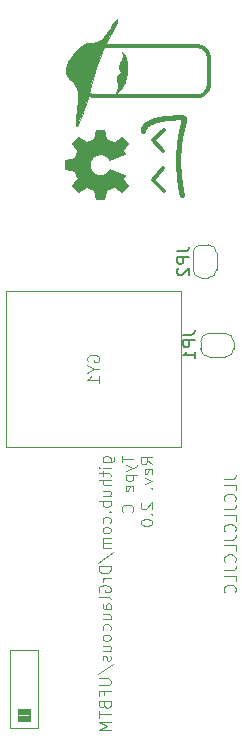
<source format=gbo>
G04 #@! TF.GenerationSoftware,KiCad,Pcbnew,9.0.2*
G04 #@! TF.CreationDate,2025-07-15T04:34:08-04:00*
G04 #@! TF.ProjectId,FBT,4642542e-6b69-4636-9164-5f7063625858,rev?*
G04 #@! TF.SameCoordinates,Original*
G04 #@! TF.FileFunction,Legend,Bot*
G04 #@! TF.FilePolarity,Positive*
%FSLAX46Y46*%
G04 Gerber Fmt 4.6, Leading zero omitted, Abs format (unit mm)*
G04 Created by KiCad (PCBNEW 9.0.2) date 2025-07-15 04:34:08*
%MOMM*%
%LPD*%
G01*
G04 APERTURE LIST*
%ADD10C,0.334821*%
%ADD11C,0.417912*%
%ADD12C,0.000000*%
%ADD13C,0.100000*%
%ADD14C,0.114152*%
%ADD15C,0.325133*%
%ADD16C,0.150000*%
%ADD17C,0.120000*%
G04 APERTURE END LIST*
D10*
X117877592Y-35978453D02*
X118811749Y-35093462D01*
D11*
X120286733Y-34061046D02*
X120277170Y-34061220D01*
X120263630Y-34061387D01*
X120243523Y-34061557D01*
X120216852Y-34061735D01*
X120191354Y-34061901D01*
X120163012Y-34062112D01*
X120131929Y-34062390D01*
X120115390Y-34062563D01*
X120098204Y-34062762D01*
X120080383Y-34062990D01*
X120061939Y-34063251D01*
X120042886Y-34063548D01*
X120023235Y-34063884D01*
X120003001Y-34064261D01*
X119982194Y-34064683D01*
X119960828Y-34065153D01*
X119938916Y-34065674D01*
X119916470Y-34066250D01*
X119893502Y-34066883D01*
X119870026Y-34067576D01*
X119846054Y-34068333D01*
X119821599Y-34069156D01*
X119796673Y-34070049D01*
X119771289Y-34071015D01*
X119745460Y-34072057D01*
X119719198Y-34073177D01*
X119692516Y-34074380D01*
X119665427Y-34075668D01*
X119637942Y-34077044D01*
X119610076Y-34078512D01*
X119581840Y-34080074D01*
X119553247Y-34081733D01*
X119538820Y-34082601D01*
X119524310Y-34083494D01*
X119509716Y-34084412D01*
X119495041Y-34085358D01*
X119480286Y-34086329D01*
X119465453Y-34087328D01*
X119450544Y-34088355D01*
X119435559Y-34089409D01*
X119420501Y-34090492D01*
X119405371Y-34091603D01*
X119390171Y-34092743D01*
X119374903Y-34093913D01*
X119359567Y-34095112D01*
X119344166Y-34096342D01*
X119328700Y-34097602D01*
X119313173Y-34098893D01*
X119297584Y-34100216D01*
X119281937Y-34101570D01*
X119266232Y-34102956D01*
X119250470Y-34104375D01*
X119234655Y-34105827D01*
X119218786Y-34107312D01*
X119202866Y-34108831D01*
X119186897Y-34110384D01*
X119170879Y-34111971D01*
X119154815Y-34113593D01*
X119138705Y-34115251D01*
X119122553Y-34116944D01*
X119106358Y-34118673D01*
X119090124Y-34120438D01*
X119073850Y-34122240D01*
X119057540Y-34124079D01*
X119041194Y-34125956D01*
X119024814Y-34127871D01*
X119008402Y-34129824D01*
X118991959Y-34131816D01*
X118975487Y-34133846D01*
X118958988Y-34135917D01*
X118942462Y-34138027D01*
X118925912Y-34140177D01*
X118909339Y-34142368D01*
X118892745Y-34144600D01*
X118876131Y-34146874D01*
X118859499Y-34149189D01*
X118842850Y-34151547D01*
X118826187Y-34153947D01*
X118809510Y-34156390D01*
X118792821Y-34158876D01*
X118776122Y-34161406D01*
X118759415Y-34163981D01*
X118742700Y-34166599D01*
X118725980Y-34169263D01*
X118709257Y-34171972D01*
X118692530Y-34174726D01*
X118675803Y-34177527D01*
X118659077Y-34180374D01*
X118642354Y-34183268D01*
X118625634Y-34186209D01*
X118608920Y-34189198D01*
X118592213Y-34192235D01*
X118575515Y-34195320D01*
X118558827Y-34198453D01*
X118542152Y-34201636D01*
X118525489Y-34204869D01*
X118508842Y-34208151D01*
X118492211Y-34211484D01*
X118475599Y-34214868D01*
X118459006Y-34218302D01*
X118442435Y-34221788D01*
X118425887Y-34225326D01*
X118409363Y-34228916D01*
X118392866Y-34232559D01*
X118376396Y-34236255D01*
X118359956Y-34240004D01*
X118343546Y-34243807D01*
X118327169Y-34247664D01*
X118310826Y-34251576D01*
X118294518Y-34255542D01*
X118278248Y-34259564D01*
X118262016Y-34263642D01*
X118245825Y-34267776D01*
X118229676Y-34271966D01*
X118213570Y-34276214D01*
X118197510Y-34280518D01*
X118181496Y-34284880D01*
X118165530Y-34289301D01*
X118149614Y-34293779D01*
X118133750Y-34298317D01*
X118117939Y-34302914D01*
X118102182Y-34307570D01*
X118086481Y-34312286D01*
X118070838Y-34317063D01*
X118055255Y-34321900D01*
X118039732Y-34326799D01*
X118024272Y-34331759D01*
X118008876Y-34336781D01*
X118001202Y-34339315D01*
X117993545Y-34341865D01*
X117985905Y-34344431D01*
X117978282Y-34347012D01*
X117970676Y-34349609D01*
X117963087Y-34352222D01*
X117955517Y-34354851D01*
X117947963Y-34357496D01*
X117940428Y-34360157D01*
X117932911Y-34362833D01*
X117925413Y-34365526D01*
X117917933Y-34368235D01*
X117910472Y-34370960D01*
X117903029Y-34373701D01*
X117895606Y-34376459D01*
X117888203Y-34379232D01*
X117880818Y-34382023D01*
X117873454Y-34384829D01*
X117866110Y-34387652D01*
X117858785Y-34390492D01*
X117851482Y-34393348D01*
X117844198Y-34396220D01*
X117836936Y-34399109D01*
X117829694Y-34402015D01*
X117822474Y-34404938D01*
X117815275Y-34407878D01*
X117808097Y-34410834D01*
X117800941Y-34413807D01*
X117793808Y-34416797D01*
X117786696Y-34419804D01*
X117779606Y-34422828D01*
X117772540Y-34425870D01*
X117765496Y-34428928D01*
X117758474Y-34432003D01*
X117751476Y-34435096D01*
X117744502Y-34438206D01*
X117737550Y-34441333D01*
X117730623Y-34444478D01*
X117723719Y-34447640D01*
X117716840Y-34450820D01*
X117709985Y-34454017D01*
X117703154Y-34457231D01*
X117696348Y-34460464D01*
X117689567Y-34463713D01*
X117682811Y-34466981D01*
X117676081Y-34470266D01*
X117669376Y-34473570D01*
X117662696Y-34476891D01*
X117656043Y-34480229D01*
X117649415Y-34483586D01*
X117642814Y-34486961D01*
X117636239Y-34490354D01*
X117629691Y-34493765D01*
X117623170Y-34497194D01*
X117616676Y-34500641D01*
X117610209Y-34504107D01*
X117603770Y-34507591D01*
X117597359Y-34511093D01*
X117590975Y-34514613D01*
X117584619Y-34518152D01*
X117578292Y-34521710D01*
X117571993Y-34525286D01*
X117565722Y-34528880D01*
X117559481Y-34532493D01*
X117553269Y-34536125D01*
X117547085Y-34539776D01*
X117540932Y-34543445D01*
X117534808Y-34547133D01*
X117528713Y-34550840D01*
X117522649Y-34554566D01*
X117516615Y-34558311D01*
X117510612Y-34562075D01*
X117504639Y-34565858D01*
X117498697Y-34569660D01*
X117492786Y-34573481D01*
X117486906Y-34577321D01*
X117481058Y-34581181D01*
X117475241Y-34585060D01*
X117469456Y-34588958D01*
X117463703Y-34592876D01*
X117457983Y-34596813D01*
X117452294Y-34600770D01*
X117446639Y-34604746D01*
X117441016Y-34608742D01*
X117435426Y-34612757D01*
X117429869Y-34616792D01*
X117424346Y-34620847D01*
X117418856Y-34624922D01*
X117413401Y-34629016D01*
X117407979Y-34633130D01*
X117402591Y-34637265D01*
X117397238Y-34641419D01*
X117391919Y-34645593D01*
X117386635Y-34649788D01*
X117381386Y-34654002D01*
X117376172Y-34658237D01*
X117370994Y-34662491D01*
X117365851Y-34666767D01*
X117360744Y-34671062D01*
X117355673Y-34675378D01*
X117350638Y-34679714D01*
X117345639Y-34684071D01*
X117340677Y-34688448D01*
X117335752Y-34692846D01*
X117330864Y-34697264D01*
X117326013Y-34701703D01*
X117321199Y-34706163D01*
X117316423Y-34710643D01*
X117311684Y-34715144D01*
X117306983Y-34719667D01*
X117302321Y-34724210D01*
X117297697Y-34728773D01*
X117293111Y-34733358D01*
X117288565Y-34737964D01*
X117284057Y-34742591D01*
X117279588Y-34747240D01*
X117275158Y-34751909D01*
X117270768Y-34756600D01*
X117266418Y-34761312D01*
X117262108Y-34766045D01*
X117257838Y-34770799D01*
X117253608Y-34775576D01*
X117249419Y-34780373D01*
X117245270Y-34785192D01*
X117241162Y-34790033D01*
X117237096Y-34794895D01*
X117233070Y-34799779D01*
X117229086Y-34804685D01*
X117225144Y-34809612D01*
X117221244Y-34814561D01*
X117217386Y-34819532D01*
X117213570Y-34824525D01*
X117209797Y-34829540D01*
X117206066Y-34834577D01*
X117202378Y-34839636D01*
X117198733Y-34844717D01*
X117195132Y-34849821D01*
X117191574Y-34854946D01*
X117188059Y-34860094D01*
X117184589Y-34865264D01*
X117181162Y-34870456D01*
X117177780Y-34875671D01*
X117174443Y-34880908D01*
X117171150Y-34886168D01*
X117167901Y-34891450D01*
X117164698Y-34896755D01*
X117161540Y-34902082D01*
X117158428Y-34907433D01*
X117155361Y-34912806D01*
X117152340Y-34918201D01*
X117149365Y-34923620D01*
X117146437Y-34929061D01*
X117143555Y-34934525D01*
X117140719Y-34940013D01*
X117137930Y-34945523D01*
X117135188Y-34951056D01*
X117132494Y-34956613D01*
X117129847Y-34962193D01*
X117127247Y-34967796D01*
X117124696Y-34973422D01*
X117122192Y-34979071D01*
X117119737Y-34984744D01*
X117117330Y-34990440D01*
X117114971Y-34996160D01*
X117112662Y-35001903D01*
X117110401Y-35007670D01*
X117108190Y-35013460D01*
X117106028Y-35019274D01*
X117103915Y-35025112D01*
X117101853Y-35030974D01*
X117099840Y-35036859D01*
X117097878Y-35042768D01*
X117095966Y-35048701D01*
X117094104Y-35054658D01*
X117092294Y-35060639D01*
X117090534Y-35066644D01*
X117088826Y-35072673D01*
X117087168Y-35078726D01*
X117085563Y-35084804D01*
X117084009Y-35090905D01*
X117082507Y-35097031D01*
X117081058Y-35103182D01*
X117079660Y-35109356D01*
X117078315Y-35115555D01*
X117077023Y-35121779D01*
X117075784Y-35128027D01*
X117074599Y-35134300D01*
X117073466Y-35140597D01*
X117072387Y-35146919D01*
X117071362Y-35153265D01*
X117070390Y-35159637D01*
X117069473Y-35166033D01*
X117068610Y-35172454D01*
X117067802Y-35178900D01*
X117067049Y-35185371D01*
X117066350Y-35191867D01*
D12*
G36*
X113851320Y-35112123D02*
G01*
X113853025Y-35112166D01*
X113854725Y-35112293D01*
X113856417Y-35112501D01*
X113858100Y-35112789D01*
X113859770Y-35113155D01*
X113861425Y-35113596D01*
X113863062Y-35114111D01*
X113864678Y-35114697D01*
X113867840Y-35116075D01*
X113870888Y-35117713D01*
X113873802Y-35119594D01*
X113876562Y-35121702D01*
X113879146Y-35124019D01*
X113881534Y-35126530D01*
X113883704Y-35129217D01*
X113884701Y-35130621D01*
X113885636Y-35132063D01*
X113886507Y-35133540D01*
X113887310Y-35135052D01*
X113888043Y-35136594D01*
X113888703Y-35138166D01*
X113889289Y-35139765D01*
X113889796Y-35141389D01*
X113890223Y-35143037D01*
X113890568Y-35144705D01*
X114023969Y-35861368D01*
X114024318Y-35863056D01*
X114024744Y-35864748D01*
X114025821Y-35868130D01*
X114027181Y-35871495D01*
X114028803Y-35874820D01*
X114030668Y-35878085D01*
X114032756Y-35881268D01*
X114035049Y-35884347D01*
X114037526Y-35887303D01*
X114040169Y-35890112D01*
X114042956Y-35892755D01*
X114045870Y-35895210D01*
X114048890Y-35897454D01*
X114051997Y-35899468D01*
X114055172Y-35901230D01*
X114058394Y-35902719D01*
X114061644Y-35903913D01*
X114620714Y-36127645D01*
X114623892Y-36129019D01*
X114627258Y-36130165D01*
X114630782Y-36131085D01*
X114634434Y-36131782D01*
X114638187Y-36132256D01*
X114642011Y-36132511D01*
X114645878Y-36132548D01*
X114649757Y-36132371D01*
X114653620Y-36131979D01*
X114657439Y-36131377D01*
X114661184Y-36130566D01*
X114664827Y-36129547D01*
X114668337Y-36128324D01*
X114671687Y-36126899D01*
X114674847Y-36125272D01*
X114677789Y-36123447D01*
X115271088Y-35716353D01*
X115272522Y-35715420D01*
X115273998Y-35714560D01*
X115275513Y-35713772D01*
X115277064Y-35713056D01*
X115278648Y-35712412D01*
X115280262Y-35711840D01*
X115283564Y-35710907D01*
X115286945Y-35710257D01*
X115290379Y-35709887D01*
X115293841Y-35709794D01*
X115297304Y-35709976D01*
X115300742Y-35710432D01*
X115304130Y-35711158D01*
X115307441Y-35712152D01*
X115310650Y-35713412D01*
X115313731Y-35714935D01*
X115315216Y-35715795D01*
X115316658Y-35716720D01*
X115318056Y-35717710D01*
X115319405Y-35718764D01*
X115320703Y-35719882D01*
X115321947Y-35721064D01*
X115856747Y-36255872D01*
X115857916Y-36257101D01*
X115859022Y-36258387D01*
X115860065Y-36259724D01*
X115861045Y-36261111D01*
X115861960Y-36262543D01*
X115862811Y-36264017D01*
X115863598Y-36265531D01*
X115864320Y-36267081D01*
X115864977Y-36268664D01*
X115865569Y-36270276D01*
X115866555Y-36273575D01*
X115867276Y-36276953D01*
X115867730Y-36280383D01*
X115867914Y-36283840D01*
X115867827Y-36287297D01*
X115867465Y-36290728D01*
X115866827Y-36294106D01*
X115866404Y-36295768D01*
X115865911Y-36297407D01*
X115865347Y-36299020D01*
X115864713Y-36300604D01*
X115864008Y-36302155D01*
X115863232Y-36303670D01*
X115862385Y-36305146D01*
X115861466Y-36306579D01*
X115461415Y-36889321D01*
X115459590Y-36892244D01*
X115457989Y-36895378D01*
X115456614Y-36898693D01*
X115455466Y-36902160D01*
X115454545Y-36905751D01*
X115453851Y-36909437D01*
X115453384Y-36913189D01*
X115453147Y-36916979D01*
X115453138Y-36920778D01*
X115453359Y-36924556D01*
X115453810Y-36928286D01*
X115454492Y-36931938D01*
X115455405Y-36935484D01*
X115456549Y-36938895D01*
X115457926Y-36942143D01*
X115459536Y-36945198D01*
X115596756Y-37202187D01*
X115597484Y-37203725D01*
X115598125Y-37205276D01*
X115598678Y-37206837D01*
X115599147Y-37208405D01*
X115599530Y-37209978D01*
X115599829Y-37211552D01*
X115600046Y-37213126D01*
X115600180Y-37214697D01*
X115600233Y-37216262D01*
X115600206Y-37217818D01*
X115600101Y-37219362D01*
X115599916Y-37220893D01*
X115599655Y-37222407D01*
X115599317Y-37223901D01*
X115598904Y-37225373D01*
X115598416Y-37226821D01*
X115597855Y-37228241D01*
X115597221Y-37229631D01*
X115596515Y-37230988D01*
X115595739Y-37232310D01*
X115594893Y-37233593D01*
X115593978Y-37234836D01*
X115592995Y-37236035D01*
X115591945Y-37237189D01*
X115590829Y-37238293D01*
X115589649Y-37239346D01*
X115588404Y-37240344D01*
X115587095Y-37241286D01*
X115585725Y-37242169D01*
X115584293Y-37242989D01*
X115582801Y-37243744D01*
X115581249Y-37244432D01*
X114300503Y-37774288D01*
X114298910Y-37774901D01*
X114297292Y-37775433D01*
X114295654Y-37775884D01*
X114293997Y-37776257D01*
X114292326Y-37776551D01*
X114290642Y-37776768D01*
X114287252Y-37776976D01*
X114283850Y-37776887D01*
X114280460Y-37776511D01*
X114277109Y-37775855D01*
X114273819Y-37774927D01*
X114270614Y-37773737D01*
X114267521Y-37772290D01*
X114264562Y-37770597D01*
X114261762Y-37768665D01*
X114259146Y-37766502D01*
X114257914Y-37765337D01*
X114256737Y-37764117D01*
X114255618Y-37762843D01*
X114254561Y-37761517D01*
X114253567Y-37760139D01*
X114252641Y-37758710D01*
X114213243Y-37694370D01*
X114210284Y-37689744D01*
X114206908Y-37684803D01*
X114203191Y-37679642D01*
X114199206Y-37674352D01*
X114195029Y-37669027D01*
X114190733Y-37663760D01*
X114186393Y-37658645D01*
X114182085Y-37653773D01*
X114152935Y-37611198D01*
X114121287Y-37570565D01*
X114087250Y-37531986D01*
X114050935Y-37495570D01*
X114012451Y-37461430D01*
X113971908Y-37429676D01*
X113929418Y-37400419D01*
X113885089Y-37373770D01*
X113839031Y-37349841D01*
X113815389Y-37338931D01*
X113791356Y-37328742D01*
X113766945Y-37319288D01*
X113742172Y-37310584D01*
X113717049Y-37302643D01*
X113691590Y-37295479D01*
X113665809Y-37289106D01*
X113639720Y-37283537D01*
X113613336Y-37278787D01*
X113586672Y-37274870D01*
X113559740Y-37271799D01*
X113532555Y-37269588D01*
X113505131Y-37268251D01*
X113477481Y-37267803D01*
X113434434Y-37268891D01*
X113391952Y-37272120D01*
X113350088Y-37277439D01*
X113308894Y-37284794D01*
X113268423Y-37294132D01*
X113228728Y-37305402D01*
X113189860Y-37318550D01*
X113151873Y-37333524D01*
X113114819Y-37350272D01*
X113078750Y-37368741D01*
X113043720Y-37388878D01*
X113009780Y-37410631D01*
X112976984Y-37433948D01*
X112945383Y-37458775D01*
X112915031Y-37485060D01*
X112885980Y-37512751D01*
X112858282Y-37541795D01*
X112831991Y-37572139D01*
X112807158Y-37603732D01*
X112783836Y-37636520D01*
X112762078Y-37670450D01*
X112741936Y-37705471D01*
X112723463Y-37741530D01*
X112706711Y-37778574D01*
X112691734Y-37816550D01*
X112678583Y-37855407D01*
X112667310Y-37895091D01*
X112657970Y-37935550D01*
X112650614Y-37976731D01*
X112645294Y-38018582D01*
X112642064Y-38061051D01*
X112640975Y-38104084D01*
X112642064Y-38147117D01*
X112645294Y-38189586D01*
X112650614Y-38231437D01*
X112657970Y-38272618D01*
X112667310Y-38313077D01*
X112678583Y-38352761D01*
X112691734Y-38391618D01*
X112706711Y-38429594D01*
X112723463Y-38466638D01*
X112741936Y-38502696D01*
X112762078Y-38537717D01*
X112783836Y-38571648D01*
X112807158Y-38604436D01*
X112831991Y-38636028D01*
X112858282Y-38666373D01*
X112885980Y-38695417D01*
X112915031Y-38723107D01*
X112945383Y-38749393D01*
X112976984Y-38774220D01*
X113009780Y-38797536D01*
X113043720Y-38819289D01*
X113078750Y-38839426D01*
X113114819Y-38857895D01*
X113151873Y-38874643D01*
X113189860Y-38889617D01*
X113228728Y-38902766D01*
X113268423Y-38914035D01*
X113308894Y-38923374D01*
X113350088Y-38930729D01*
X113391952Y-38936047D01*
X113434434Y-38939277D01*
X113477481Y-38940365D01*
X113532555Y-38938580D01*
X113586672Y-38933298D01*
X113639720Y-38924630D01*
X113691590Y-38912689D01*
X113742172Y-38897583D01*
X113791356Y-38879426D01*
X113839031Y-38858327D01*
X113885089Y-38834397D01*
X113929418Y-38807748D01*
X113971908Y-38778491D01*
X114012451Y-38746737D01*
X114050935Y-38712597D01*
X114087250Y-38676182D01*
X114121287Y-38637602D01*
X114152935Y-38596969D01*
X114182085Y-38554395D01*
X114186416Y-38549501D01*
X114190766Y-38544374D01*
X114195064Y-38539103D01*
X114199237Y-38533778D01*
X114203214Y-38528488D01*
X114206922Y-38523322D01*
X114210288Y-38518371D01*
X114213243Y-38513723D01*
X114252641Y-38449382D01*
X114253567Y-38447947D01*
X114254561Y-38446563D01*
X114255619Y-38445232D01*
X114256738Y-38443954D01*
X114257915Y-38442731D01*
X114259147Y-38441563D01*
X114260431Y-38440451D01*
X114261764Y-38439396D01*
X114263142Y-38438400D01*
X114264564Y-38437462D01*
X114266025Y-38436586D01*
X114267523Y-38435770D01*
X114269054Y-38435016D01*
X114270616Y-38434326D01*
X114272206Y-38433699D01*
X114273820Y-38433138D01*
X114275456Y-38432643D01*
X114277110Y-38432215D01*
X114278780Y-38431854D01*
X114280462Y-38431563D01*
X114282153Y-38431342D01*
X114283851Y-38431191D01*
X114285552Y-38431113D01*
X114287253Y-38431107D01*
X114288951Y-38431176D01*
X114290643Y-38431319D01*
X114292326Y-38431538D01*
X114293998Y-38431834D01*
X114295654Y-38432207D01*
X114297292Y-38432659D01*
X114298909Y-38433191D01*
X114300502Y-38433804D01*
X115581177Y-38963735D01*
X115582728Y-38964423D01*
X115584221Y-38965179D01*
X115585654Y-38966001D01*
X115587027Y-38966885D01*
X115588337Y-38967828D01*
X115589586Y-38968829D01*
X115590770Y-38969884D01*
X115591890Y-38970991D01*
X115592944Y-38972146D01*
X115593932Y-38973348D01*
X115594851Y-38974593D01*
X115595702Y-38975879D01*
X115596483Y-38977203D01*
X115597193Y-38978562D01*
X115597831Y-38979954D01*
X115598396Y-38981376D01*
X115598888Y-38982825D01*
X115599304Y-38984299D01*
X115599644Y-38985794D01*
X115599908Y-38987309D01*
X115600093Y-38988839D01*
X115600199Y-38990384D01*
X115600225Y-38991939D01*
X115600170Y-38993502D01*
X115600032Y-38995071D01*
X115599812Y-38996643D01*
X115599507Y-38998215D01*
X115599117Y-38999784D01*
X115598641Y-39001348D01*
X115598077Y-39002904D01*
X115597425Y-39004449D01*
X115596683Y-39005980D01*
X115459466Y-39262969D01*
X115457869Y-39266011D01*
X115456503Y-39269247D01*
X115455368Y-39272649D01*
X115454463Y-39276187D01*
X115453788Y-39279833D01*
X115453343Y-39283559D01*
X115453127Y-39287335D01*
X115453140Y-39291132D01*
X115453381Y-39294923D01*
X115453850Y-39298678D01*
X115454547Y-39302368D01*
X115455471Y-39305965D01*
X115456621Y-39309440D01*
X115457998Y-39312764D01*
X115459601Y-39315909D01*
X115461429Y-39318846D01*
X115861474Y-39901584D01*
X115862400Y-39903018D01*
X115863254Y-39904494D01*
X115864036Y-39906009D01*
X115864746Y-39907560D01*
X115865385Y-39909144D01*
X115865954Y-39910757D01*
X115866879Y-39914059D01*
X115867523Y-39917439D01*
X115867889Y-39920871D01*
X115867980Y-39924331D01*
X115867797Y-39927790D01*
X115867342Y-39931224D01*
X115866619Y-39934607D01*
X115865628Y-39937913D01*
X115864374Y-39941114D01*
X115862857Y-39944187D01*
X115862000Y-39945666D01*
X115861080Y-39947104D01*
X115860094Y-39948496D01*
X115859045Y-39949839D01*
X115857932Y-39951131D01*
X115856755Y-39952367D01*
X115321947Y-40487168D01*
X115320703Y-40488344D01*
X115319405Y-40489457D01*
X115318056Y-40490506D01*
X115316658Y-40491490D01*
X115315216Y-40492411D01*
X115313731Y-40493267D01*
X115312209Y-40494058D01*
X115310650Y-40494783D01*
X115309060Y-40495443D01*
X115307441Y-40496038D01*
X115304130Y-40497028D01*
X115300742Y-40497752D01*
X115297304Y-40498207D01*
X115293841Y-40498390D01*
X115290379Y-40498300D01*
X115286945Y-40497934D01*
X115285246Y-40497647D01*
X115283564Y-40497290D01*
X115281901Y-40496863D01*
X115280261Y-40496366D01*
X115278648Y-40495798D01*
X115277064Y-40495159D01*
X115275513Y-40494448D01*
X115273998Y-40493666D01*
X115272521Y-40492813D01*
X115271088Y-40491887D01*
X114677714Y-40084794D01*
X114674785Y-40082955D01*
X114671633Y-40081317D01*
X114668289Y-40079882D01*
X114664782Y-40078651D01*
X114661142Y-40077627D01*
X114657396Y-40076811D01*
X114653576Y-40076207D01*
X114649710Y-40075815D01*
X114645826Y-40075638D01*
X114641956Y-40075679D01*
X114638128Y-40075938D01*
X114634370Y-40076419D01*
X114630714Y-40077123D01*
X114627187Y-40078053D01*
X114623819Y-40079210D01*
X114620639Y-40080596D01*
X114061570Y-40304332D01*
X114059942Y-40304884D01*
X114058318Y-40305515D01*
X114056701Y-40306220D01*
X114055094Y-40306997D01*
X114051916Y-40308756D01*
X114048805Y-40310771D01*
X114045780Y-40313019D01*
X114042862Y-40315478D01*
X114040069Y-40318127D01*
X114037423Y-40320943D01*
X114034943Y-40323905D01*
X114032648Y-40326991D01*
X114030560Y-40330179D01*
X114028696Y-40333446D01*
X114027078Y-40336772D01*
X114025725Y-40340133D01*
X114025155Y-40341821D01*
X114024658Y-40343509D01*
X114024237Y-40345195D01*
X114023895Y-40346877D01*
X113890494Y-41063539D01*
X113890143Y-41065207D01*
X113889711Y-41066855D01*
X113889199Y-41068479D01*
X113888611Y-41070079D01*
X113887948Y-41071651D01*
X113887214Y-41073193D01*
X113886411Y-41074704D01*
X113885541Y-41076182D01*
X113884607Y-41077624D01*
X113883611Y-41079028D01*
X113882557Y-41080393D01*
X113881446Y-41081715D01*
X113880281Y-41082993D01*
X113879064Y-41084225D01*
X113877799Y-41085409D01*
X113876487Y-41086543D01*
X113875131Y-41087624D01*
X113873734Y-41088651D01*
X113872298Y-41089621D01*
X113870826Y-41090532D01*
X113869320Y-41091382D01*
X113867783Y-41092170D01*
X113866217Y-41092892D01*
X113864625Y-41093548D01*
X113863009Y-41094134D01*
X113861371Y-41094648D01*
X113859716Y-41095090D01*
X113858044Y-41095455D01*
X113856358Y-41095744D01*
X113854662Y-41095952D01*
X113852956Y-41096078D01*
X113851245Y-41096121D01*
X113094885Y-41096121D01*
X113093180Y-41096079D01*
X113091482Y-41095953D01*
X113089791Y-41095745D01*
X113088111Y-41095458D01*
X113086444Y-41095094D01*
X113084793Y-41094655D01*
X113083160Y-41094142D01*
X113081548Y-41093558D01*
X113079959Y-41092905D01*
X113078395Y-41092185D01*
X113075356Y-41090552D01*
X113072451Y-41088675D01*
X113069699Y-41086571D01*
X113067121Y-41084257D01*
X113064737Y-41081748D01*
X113062567Y-41079061D01*
X113061568Y-41077657D01*
X113060631Y-41076214D01*
X113059758Y-41074734D01*
X113058950Y-41073221D01*
X113058212Y-41071676D01*
X113057544Y-41070100D01*
X113056950Y-41068497D01*
X113056433Y-41066867D01*
X113055994Y-41065214D01*
X113055637Y-41063539D01*
X112918940Y-40328825D01*
X112918153Y-40325440D01*
X112917071Y-40322043D01*
X112915712Y-40318654D01*
X112914097Y-40315296D01*
X112912244Y-40311990D01*
X112910172Y-40308759D01*
X112907899Y-40305625D01*
X112905445Y-40302609D01*
X112902829Y-40299734D01*
X112900070Y-40297021D01*
X112897186Y-40294492D01*
X112894197Y-40292170D01*
X112891121Y-40290076D01*
X112887977Y-40288232D01*
X112884785Y-40286660D01*
X112881564Y-40285382D01*
X112356051Y-40060151D01*
X112352900Y-40058696D01*
X112349562Y-40057473D01*
X112346066Y-40056482D01*
X112342439Y-40055720D01*
X112338711Y-40055185D01*
X112334910Y-40054874D01*
X112331065Y-40054786D01*
X112327204Y-40054919D01*
X112323357Y-40055271D01*
X112319552Y-40055839D01*
X112315817Y-40056621D01*
X112312181Y-40057616D01*
X112308673Y-40058821D01*
X112305321Y-40060235D01*
X112302155Y-40061854D01*
X112299201Y-40063678D01*
X111675117Y-40491811D01*
X111673690Y-40492744D01*
X111672220Y-40493603D01*
X111670711Y-40494390D01*
X111669165Y-40495105D01*
X111667587Y-40495747D01*
X111665978Y-40496318D01*
X111662684Y-40497246D01*
X111659310Y-40497892D01*
X111655882Y-40498257D01*
X111652426Y-40498346D01*
X111648967Y-40498159D01*
X111645532Y-40497700D01*
X111642146Y-40496972D01*
X111638836Y-40495977D01*
X111635628Y-40494718D01*
X111632548Y-40493197D01*
X111631064Y-40492340D01*
X111629621Y-40491418D01*
X111628224Y-40490432D01*
X111626875Y-40489382D01*
X111625577Y-40488269D01*
X111624333Y-40487092D01*
X111089533Y-39952367D01*
X111088357Y-39951131D01*
X111087244Y-39949839D01*
X111086195Y-39948496D01*
X111085210Y-39947104D01*
X111084290Y-39945667D01*
X111083434Y-39944187D01*
X111082643Y-39942669D01*
X111081917Y-39941115D01*
X111081257Y-39939528D01*
X111080663Y-39937913D01*
X111079672Y-39934608D01*
X111078949Y-39931225D01*
X111078494Y-39927790D01*
X111078311Y-39924331D01*
X111078401Y-39920872D01*
X111078767Y-39917439D01*
X111079054Y-39915741D01*
X111079411Y-39914059D01*
X111079838Y-39912397D01*
X111080335Y-39910757D01*
X111080903Y-39909144D01*
X111081542Y-39907560D01*
X111082253Y-39906009D01*
X111083035Y-39904494D01*
X111083888Y-39903018D01*
X111084814Y-39901584D01*
X111520594Y-39266714D01*
X111522432Y-39263784D01*
X111524067Y-39260633D01*
X111525499Y-39257290D01*
X111526725Y-39253783D01*
X111527744Y-39250142D01*
X111528553Y-39246397D01*
X111529151Y-39242576D01*
X111529536Y-39238710D01*
X111529706Y-39234827D01*
X111529658Y-39230957D01*
X111529392Y-39227128D01*
X111528906Y-39223371D01*
X111528197Y-39219714D01*
X111527264Y-39216187D01*
X111526104Y-39212819D01*
X111524717Y-39209639D01*
X111316189Y-38700229D01*
X111315616Y-38698609D01*
X111314965Y-38696994D01*
X111314240Y-38695386D01*
X111313442Y-38693788D01*
X111311643Y-38690630D01*
X111309589Y-38687540D01*
X111307302Y-38684538D01*
X111304806Y-38681641D01*
X111302121Y-38678869D01*
X111299272Y-38676242D01*
X111296279Y-38673778D01*
X111293166Y-38671496D01*
X111289953Y-38669416D01*
X111286665Y-38667556D01*
X111283323Y-38665936D01*
X111279949Y-38664574D01*
X111276565Y-38663491D01*
X111274877Y-38663059D01*
X111273195Y-38662704D01*
X110513012Y-38521289D01*
X110511343Y-38520938D01*
X110509696Y-38520506D01*
X110508071Y-38519994D01*
X110506472Y-38519406D01*
X110504900Y-38518744D01*
X110503358Y-38518010D01*
X110501846Y-38517207D01*
X110500369Y-38516337D01*
X110498927Y-38515404D01*
X110497523Y-38514409D01*
X110496158Y-38513355D01*
X110494836Y-38512245D01*
X110493557Y-38511081D01*
X110492325Y-38509866D01*
X110491141Y-38508602D01*
X110490008Y-38507292D01*
X110488926Y-38505938D01*
X110487900Y-38504543D01*
X110486930Y-38503110D01*
X110486019Y-38501640D01*
X110485168Y-38500137D01*
X110484381Y-38498603D01*
X110483658Y-38497040D01*
X110483003Y-38495452D01*
X110482417Y-38493840D01*
X110481902Y-38492207D01*
X110481461Y-38490556D01*
X110481095Y-38488889D01*
X110480807Y-38487209D01*
X110480599Y-38485519D01*
X110480472Y-38483820D01*
X110480430Y-38482116D01*
X110480430Y-37725904D01*
X110480472Y-37724200D01*
X110480599Y-37722501D01*
X110480807Y-37720810D01*
X110481095Y-37719130D01*
X110481461Y-37717464D01*
X110481903Y-37715813D01*
X110482418Y-37714180D01*
X110483004Y-37712568D01*
X110483660Y-37710979D01*
X110484383Y-37709417D01*
X110486023Y-37706380D01*
X110487906Y-37703476D01*
X110490017Y-37700728D01*
X110492339Y-37698153D01*
X110494854Y-37695774D01*
X110497547Y-37693610D01*
X110498955Y-37692616D01*
X110500400Y-37691682D01*
X110501882Y-37690813D01*
X110503398Y-37690010D01*
X110504945Y-37689276D01*
X110506522Y-37688614D01*
X110508127Y-37688025D01*
X110509758Y-37687514D01*
X110511411Y-37687081D01*
X110513087Y-37686731D01*
X111273193Y-37545241D01*
X111276563Y-37544456D01*
X111279946Y-37543373D01*
X111283320Y-37542013D01*
X111286662Y-37540393D01*
X111289950Y-37538533D01*
X111293162Y-37536453D01*
X111296275Y-37534171D01*
X111299268Y-37531706D01*
X111302117Y-37529078D01*
X111304801Y-37526306D01*
X111307298Y-37523409D01*
X111309584Y-37520406D01*
X111311639Y-37517316D01*
X111313439Y-37514158D01*
X111314962Y-37510951D01*
X111316186Y-37507716D01*
X111524713Y-36998381D01*
X111526114Y-36995215D01*
X111527283Y-36991858D01*
X111528223Y-36988341D01*
X111528936Y-36984692D01*
X111529424Y-36980940D01*
X111529690Y-36977116D01*
X111529736Y-36973248D01*
X111529563Y-36969366D01*
X111529174Y-36965498D01*
X111528572Y-36961675D01*
X111527758Y-36957926D01*
X111526734Y-36954279D01*
X111525504Y-36950765D01*
X111524068Y-36947411D01*
X111522429Y-36944249D01*
X111520590Y-36941306D01*
X111084814Y-36306436D01*
X111083881Y-36305009D01*
X111083021Y-36303539D01*
X111082233Y-36302030D01*
X111081517Y-36300484D01*
X111080873Y-36298906D01*
X111080301Y-36297297D01*
X111079368Y-36294004D01*
X111078718Y-36290631D01*
X111078348Y-36287205D01*
X111078255Y-36283750D01*
X111078438Y-36280295D01*
X111078893Y-36276864D01*
X111079619Y-36273483D01*
X111080614Y-36270180D01*
X111081875Y-36266979D01*
X111083399Y-36263907D01*
X111084260Y-36262428D01*
X111085185Y-36260991D01*
X111086175Y-36259599D01*
X111087230Y-36258255D01*
X111088349Y-36256964D01*
X111089532Y-36255728D01*
X111624333Y-35721001D01*
X111625576Y-35719826D01*
X111626874Y-35718714D01*
X111628223Y-35717666D01*
X111629621Y-35716682D01*
X111631063Y-35715763D01*
X111632548Y-35714909D01*
X111634070Y-35714120D01*
X111635628Y-35713397D01*
X111637218Y-35712739D01*
X111638836Y-35712147D01*
X111642146Y-35711162D01*
X111645531Y-35710443D01*
X111648966Y-35709992D01*
X111652425Y-35709812D01*
X111655882Y-35709905D01*
X111659310Y-35710271D01*
X111662684Y-35710914D01*
X111664343Y-35711340D01*
X111665978Y-35711836D01*
X111667586Y-35712402D01*
X111669165Y-35713038D01*
X111670711Y-35713745D01*
X111672220Y-35714522D01*
X111673690Y-35715371D01*
X111675117Y-35716291D01*
X112299275Y-36144349D01*
X112302228Y-36146198D01*
X112305395Y-36147837D01*
X112308747Y-36149266D01*
X112312256Y-36150483D01*
X112315892Y-36151486D01*
X112319627Y-36152274D01*
X112323432Y-36152845D01*
X112327279Y-36153197D01*
X112331140Y-36153329D01*
X112334984Y-36153239D01*
X112338785Y-36152925D01*
X112342513Y-36152386D01*
X112346140Y-36151619D01*
X112349637Y-36150625D01*
X112352974Y-36149400D01*
X112356125Y-36147943D01*
X112881638Y-35922711D01*
X112883251Y-35922103D01*
X112884860Y-35921418D01*
X112888055Y-35919831D01*
X112891202Y-35917973D01*
X112894282Y-35915865D01*
X112897276Y-35913531D01*
X112900165Y-35910992D01*
X112902930Y-35908270D01*
X112905550Y-35905387D01*
X112908007Y-35902366D01*
X112910282Y-35899228D01*
X112912354Y-35895996D01*
X112914206Y-35892691D01*
X112915817Y-35889336D01*
X112917168Y-35885954D01*
X112917740Y-35884259D01*
X112918240Y-35882565D01*
X112918666Y-35880876D01*
X112919014Y-35879193D01*
X113055710Y-35144479D01*
X113055636Y-35144556D01*
X113055994Y-35142887D01*
X113056433Y-35141240D01*
X113056950Y-35139615D01*
X113057543Y-35138016D01*
X113058209Y-35136444D01*
X113058947Y-35134901D01*
X113059753Y-35133391D01*
X113060625Y-35131913D01*
X113061560Y-35130472D01*
X113062557Y-35129068D01*
X113063612Y-35127704D01*
X113064724Y-35126383D01*
X113065889Y-35125106D01*
X113067106Y-35123875D01*
X113068371Y-35122692D01*
X113069683Y-35121560D01*
X113071038Y-35120481D01*
X113072435Y-35119456D01*
X113073871Y-35118489D01*
X113075343Y-35117580D01*
X113076850Y-35116733D01*
X113078388Y-35115948D01*
X113079955Y-35115229D01*
X113081548Y-35114578D01*
X113083166Y-35113996D01*
X113084805Y-35113486D01*
X113086464Y-35113049D01*
X113088140Y-35112689D01*
X113089829Y-35112406D01*
X113091531Y-35112204D01*
X113093242Y-35112083D01*
X113094959Y-35112048D01*
X113851320Y-35112123D01*
G37*
D10*
X118836331Y-40255982D02*
X117877592Y-39346408D01*
D13*
X105804000Y-79125000D02*
X108204000Y-79125000D01*
X108204000Y-85725000D01*
X105804000Y-85725000D01*
X105804000Y-79125000D01*
D14*
X114891886Y-25712304D02*
X114902356Y-25744230D01*
X114902355Y-25744230D01*
X114905509Y-25790166D01*
X114899534Y-25845826D01*
X114884934Y-25910852D01*
X114862210Y-25984886D01*
X114794406Y-26158546D01*
X114700145Y-26363940D01*
X114448343Y-26858473D01*
X114138988Y-27445569D01*
X113804263Y-28102311D01*
X113637445Y-28449638D01*
X113476353Y-28805782D01*
X113325011Y-29167879D01*
X113187441Y-29533065D01*
X113067667Y-29898475D01*
X113015710Y-30080369D01*
X112969711Y-30261244D01*
X112701401Y-31311378D01*
X112516284Y-31979120D01*
X112309983Y-32676746D01*
X112092092Y-33355331D01*
X111872203Y-33965950D01*
X111764507Y-34230482D01*
X111659910Y-34459676D01*
X111559610Y-34647416D01*
X111464806Y-34787586D01*
X111444910Y-34805144D01*
X111428416Y-34804528D01*
X111415138Y-34786870D01*
X111404885Y-34753303D01*
X111392704Y-34642970D01*
X111390365Y-34482589D01*
X111409180Y-34047927D01*
X111449266Y-33521799D01*
X111544985Y-32485069D01*
X111576488Y-32119432D01*
X111582872Y-32006506D01*
X111581000Y-31952256D01*
X111534359Y-31804009D01*
X111488911Y-31676722D01*
X111444081Y-31567591D01*
X111399295Y-31473812D01*
X111353977Y-31392583D01*
X111307555Y-31321099D01*
X111259452Y-31256558D01*
X111209094Y-31196156D01*
X110973624Y-30939867D01*
X110903374Y-30858107D01*
X110827422Y-30763667D01*
X110745193Y-30653741D01*
X110656112Y-30525526D01*
X110610462Y-30443974D01*
X110577550Y-30355549D01*
X110556789Y-30260904D01*
X110547591Y-30160694D01*
X110549368Y-30055570D01*
X110561534Y-29946188D01*
X110583500Y-29833200D01*
X110614679Y-29717259D01*
X110654483Y-29599020D01*
X110702326Y-29479135D01*
X110757618Y-29358258D01*
X110819773Y-29237041D01*
X110962320Y-28996206D01*
X111125267Y-28761857D01*
X111303913Y-28539221D01*
X111493557Y-28333524D01*
X111689499Y-28149994D01*
X111887038Y-27993859D01*
X111984937Y-27927698D01*
X112081474Y-27870346D01*
X112176059Y-27822455D01*
X112268105Y-27784681D01*
X112357026Y-27757675D01*
X112442232Y-27742092D01*
X112523138Y-27738584D01*
X112599154Y-27747806D01*
X112715198Y-27764441D01*
X112829523Y-27764751D01*
X112942018Y-27749857D01*
X113052569Y-27720882D01*
X113161065Y-27678946D01*
X113267392Y-27625170D01*
X113371439Y-27560675D01*
X113473093Y-27486583D01*
X113572241Y-27404014D01*
X113668771Y-27314091D01*
X113762571Y-27217933D01*
X113853527Y-27116663D01*
X114026460Y-26903270D01*
X114186671Y-26682880D01*
X114333260Y-26464464D01*
X114465326Y-26256990D01*
X114682291Y-25910747D01*
X114765390Y-25789917D01*
X114830368Y-25715908D01*
X114855779Y-25699264D01*
X114876323Y-25697689D01*
X114891886Y-25712304D01*
G36*
X114891886Y-25712304D02*
G01*
X114902356Y-25744230D01*
X114902355Y-25744230D01*
X114905509Y-25790166D01*
X114899534Y-25845826D01*
X114884934Y-25910852D01*
X114862210Y-25984886D01*
X114794406Y-26158546D01*
X114700145Y-26363940D01*
X114448343Y-26858473D01*
X114138988Y-27445569D01*
X113804263Y-28102311D01*
X113637445Y-28449638D01*
X113476353Y-28805782D01*
X113325011Y-29167879D01*
X113187441Y-29533065D01*
X113067667Y-29898475D01*
X113015710Y-30080369D01*
X112969711Y-30261244D01*
X112701401Y-31311378D01*
X112516284Y-31979120D01*
X112309983Y-32676746D01*
X112092092Y-33355331D01*
X111872203Y-33965950D01*
X111764507Y-34230482D01*
X111659910Y-34459676D01*
X111559610Y-34647416D01*
X111464806Y-34787586D01*
X111444910Y-34805144D01*
X111428416Y-34804528D01*
X111415138Y-34786870D01*
X111404885Y-34753303D01*
X111392704Y-34642970D01*
X111390365Y-34482589D01*
X111409180Y-34047927D01*
X111449266Y-33521799D01*
X111544985Y-32485069D01*
X111576488Y-32119432D01*
X111582872Y-32006506D01*
X111581000Y-31952256D01*
X111534359Y-31804009D01*
X111488911Y-31676722D01*
X111444081Y-31567591D01*
X111399295Y-31473812D01*
X111353977Y-31392583D01*
X111307555Y-31321099D01*
X111259452Y-31256558D01*
X111209094Y-31196156D01*
X110973624Y-30939867D01*
X110903374Y-30858107D01*
X110827422Y-30763667D01*
X110745193Y-30653741D01*
X110656112Y-30525526D01*
X110610462Y-30443974D01*
X110577550Y-30355549D01*
X110556789Y-30260904D01*
X110547591Y-30160694D01*
X110549368Y-30055570D01*
X110561534Y-29946188D01*
X110583500Y-29833200D01*
X110614679Y-29717259D01*
X110654483Y-29599020D01*
X110702326Y-29479135D01*
X110757618Y-29358258D01*
X110819773Y-29237041D01*
X110962320Y-28996206D01*
X111125267Y-28761857D01*
X111303913Y-28539221D01*
X111493557Y-28333524D01*
X111689499Y-28149994D01*
X111887038Y-27993859D01*
X111984937Y-27927698D01*
X112081474Y-27870346D01*
X112176059Y-27822455D01*
X112268105Y-27784681D01*
X112357026Y-27757675D01*
X112442232Y-27742092D01*
X112523138Y-27738584D01*
X112599154Y-27747806D01*
X112715198Y-27764441D01*
X112829523Y-27764751D01*
X112942018Y-27749857D01*
X113052569Y-27720882D01*
X113161065Y-27678946D01*
X113267392Y-27625170D01*
X113371439Y-27560675D01*
X113473093Y-27486583D01*
X113572241Y-27404014D01*
X113668771Y-27314091D01*
X113762571Y-27217933D01*
X113853527Y-27116663D01*
X114026460Y-26903270D01*
X114186671Y-26682880D01*
X114333260Y-26464464D01*
X114465326Y-26256990D01*
X114682291Y-25910747D01*
X114765390Y-25789917D01*
X114830368Y-25715908D01*
X114855779Y-25699264D01*
X114876323Y-25697689D01*
X114891886Y-25712304D01*
G37*
D15*
X121689502Y-28037279D02*
X121740270Y-28041140D01*
X121790299Y-28047497D01*
X121839528Y-28056288D01*
X121887892Y-28067451D01*
X121935330Y-28080922D01*
X121981779Y-28096638D01*
X122027176Y-28114538D01*
X122071457Y-28134557D01*
X122114561Y-28156633D01*
X122156424Y-28180704D01*
X122196984Y-28206706D01*
X122236177Y-28234577D01*
X122273942Y-28264254D01*
X122310214Y-28295674D01*
X122344932Y-28328775D01*
X122378032Y-28363493D01*
X122409453Y-28399765D01*
X122439130Y-28437530D01*
X122467001Y-28476723D01*
X122493003Y-28517283D01*
X122517074Y-28559146D01*
X122539150Y-28602249D01*
X122559170Y-28646531D01*
X122577069Y-28691927D01*
X122592785Y-28738376D01*
X122606256Y-28785814D01*
X122617419Y-28834179D01*
X122626210Y-28883407D01*
X122632567Y-28933437D01*
X122636428Y-28984204D01*
X122637729Y-29035647D01*
X122637729Y-31275000D01*
X122636428Y-31326443D01*
X122632567Y-31377210D01*
X122626210Y-31427239D01*
X122617419Y-31476468D01*
X122606256Y-31524832D01*
X122592785Y-31572270D01*
X122577069Y-31618719D01*
X122559170Y-31664116D01*
X122539150Y-31708397D01*
X122517074Y-31751501D01*
X122493003Y-31793364D01*
X122467001Y-31833923D01*
X122439130Y-31873117D01*
X122409453Y-31910881D01*
X122378032Y-31947154D01*
X122344932Y-31981871D01*
X122310214Y-32014972D01*
X122273942Y-32046392D01*
X122236177Y-32076069D01*
X122196984Y-32103940D01*
X122156424Y-32129942D01*
X122114561Y-32154013D01*
X122071457Y-32176089D01*
X122027176Y-32196108D01*
X121981779Y-32214008D01*
X121935330Y-32229724D01*
X121887892Y-32243195D01*
X121839528Y-32254357D01*
X121790299Y-32263149D01*
X121740270Y-32269506D01*
X121689502Y-32273366D01*
X121638060Y-32274667D01*
X113093668Y-32274667D01*
X113042226Y-32273366D01*
X112991458Y-32269506D01*
X112941429Y-32263149D01*
X112892200Y-32254357D01*
X112843836Y-32243195D01*
X112796398Y-32229724D01*
X112749949Y-32214008D01*
X112704552Y-32196108D01*
X112660271Y-32176089D01*
X112617167Y-32154013D01*
X112575304Y-32129942D01*
X112534744Y-32103940D01*
X112495551Y-32076069D01*
X112457787Y-32046392D01*
X112421514Y-32014972D01*
X112386796Y-31981871D01*
X112353696Y-31947154D01*
X112322276Y-31910881D01*
X112292599Y-31873117D01*
X112264728Y-31833923D01*
X112238725Y-31793364D01*
X112214655Y-31751501D01*
X112192578Y-31708397D01*
X112172559Y-31664116D01*
X112154660Y-31618719D01*
X112138943Y-31572270D01*
X112125472Y-31524832D01*
X112114310Y-31476468D01*
X112105518Y-31427239D01*
X112099161Y-31377210D01*
X112095301Y-31326443D01*
X112094000Y-31275000D01*
X112094000Y-29035647D01*
X112095301Y-28984204D01*
X112099161Y-28933437D01*
X112105518Y-28883407D01*
X112114310Y-28834179D01*
X112125472Y-28785814D01*
X112138943Y-28738376D01*
X112154660Y-28691927D01*
X112172559Y-28646531D01*
X112192578Y-28602249D01*
X112214655Y-28559146D01*
X112238725Y-28517283D01*
X112264728Y-28476723D01*
X112292599Y-28437530D01*
X112322276Y-28399765D01*
X112353696Y-28363493D01*
X112386796Y-28328775D01*
X112421514Y-28295674D01*
X112457787Y-28264254D01*
X112495551Y-28234577D01*
X112534744Y-28206706D01*
X112575304Y-28180704D01*
X112617167Y-28156633D01*
X112660271Y-28134557D01*
X112704552Y-28114538D01*
X112749949Y-28096638D01*
X112796398Y-28080922D01*
X112843836Y-28067451D01*
X112892200Y-28056288D01*
X112941429Y-28047497D01*
X112991458Y-28041140D01*
X113042226Y-28037279D01*
X113093668Y-28035979D01*
X121638060Y-28035979D01*
X121689502Y-28037279D01*
D14*
X115266608Y-28528680D02*
X115274888Y-28533777D01*
X115290797Y-28546167D01*
X115350000Y-28596172D01*
X115453202Y-28685388D01*
X115453202Y-28685389D01*
X115477108Y-28708807D01*
X115499760Y-28736382D01*
X115521179Y-28767864D01*
X115541389Y-28803006D01*
X115578263Y-28883277D01*
X115610557Y-28975212D01*
X115638444Y-29076826D01*
X115662097Y-29186135D01*
X115681691Y-29301154D01*
X115697398Y-29419900D01*
X115709394Y-29540388D01*
X115717851Y-29660634D01*
X115722943Y-29778654D01*
X115724844Y-29892464D01*
X115723727Y-30000079D01*
X115719768Y-30099516D01*
X115713138Y-30188790D01*
X115704012Y-30265917D01*
X115686637Y-30387012D01*
X115658663Y-30553279D01*
X115639008Y-30649800D01*
X115614673Y-30753353D01*
X115584980Y-30862516D01*
X115549252Y-30975870D01*
X115506811Y-31091992D01*
X115456982Y-31209464D01*
X115399086Y-31326863D01*
X115366902Y-31385092D01*
X115332447Y-31442771D01*
X115295637Y-31499721D01*
X115256387Y-31555765D01*
X115214614Y-31610726D01*
X115170231Y-31664425D01*
X115123154Y-31716687D01*
X115073299Y-31767332D01*
X115020582Y-31816183D01*
X114964917Y-31863063D01*
X114924226Y-31895213D01*
X114888646Y-31922333D01*
X114857946Y-31944636D01*
X114831897Y-31962334D01*
X114810269Y-31975637D01*
X114792833Y-31984758D01*
X114785615Y-31987816D01*
X114779359Y-31989908D01*
X114774036Y-31991060D01*
X114769617Y-31991299D01*
X114766074Y-31990651D01*
X114763379Y-31989142D01*
X114761502Y-31986800D01*
X114760414Y-31983650D01*
X114760088Y-31979719D01*
X114760493Y-31975034D01*
X114761603Y-31969620D01*
X114763387Y-31963505D01*
X114768866Y-31949276D01*
X114776700Y-31932558D01*
X114786659Y-31913562D01*
X114798515Y-31892500D01*
X114835748Y-31823315D01*
X114866466Y-31756382D01*
X114891160Y-31691599D01*
X114910323Y-31628865D01*
X114924447Y-31568074D01*
X114934024Y-31509126D01*
X114939546Y-31451917D01*
X114941504Y-31396345D01*
X114940390Y-31342306D01*
X114936697Y-31289698D01*
X114923541Y-31188365D01*
X114887921Y-30998347D01*
X114873329Y-30908019D01*
X114868559Y-30863666D01*
X114866129Y-30819716D01*
X114866531Y-30776067D01*
X114870257Y-30732615D01*
X114877799Y-30689259D01*
X114889649Y-30645894D01*
X114906299Y-30602420D01*
X114928241Y-30558732D01*
X114955966Y-30514728D01*
X114989968Y-30470306D01*
X115030736Y-30425362D01*
X115078765Y-30379794D01*
X115134545Y-30333498D01*
X115198569Y-30286373D01*
X115215311Y-30274325D01*
X115229583Y-30263218D01*
X115241498Y-30252968D01*
X115251168Y-30243492D01*
X115258705Y-30234707D01*
X115264221Y-30226532D01*
X115267830Y-30218881D01*
X115269643Y-30211673D01*
X115269772Y-30204824D01*
X115268330Y-30198251D01*
X115265429Y-30191872D01*
X115261182Y-30185604D01*
X115255700Y-30179362D01*
X115249096Y-30173065D01*
X115232972Y-30159972D01*
X115192202Y-30129465D01*
X115169353Y-30110723D01*
X115157705Y-30100189D01*
X115146059Y-30088770D01*
X115134526Y-30076382D01*
X115123218Y-30062942D01*
X115112249Y-30048367D01*
X115101730Y-30032575D01*
X115091773Y-30015482D01*
X115082492Y-29997004D01*
X115073997Y-29977061D01*
X115066402Y-29955567D01*
X115054229Y-29911742D01*
X115045878Y-29869086D01*
X115041104Y-29827511D01*
X115039663Y-29786928D01*
X115041307Y-29747250D01*
X115045794Y-29708387D01*
X115052876Y-29670252D01*
X115062309Y-29632756D01*
X115073848Y-29595810D01*
X115087247Y-29559326D01*
X115118646Y-29487392D01*
X115154544Y-29416246D01*
X115192978Y-29345181D01*
X115231987Y-29273490D01*
X115269609Y-29200466D01*
X115303881Y-29125402D01*
X115319148Y-29086884D01*
X115332843Y-29047591D01*
X115344719Y-29007435D01*
X115354531Y-28966326D01*
X115362035Y-28924178D01*
X115366984Y-28880900D01*
X115369135Y-28836406D01*
X115368241Y-28790606D01*
X115364057Y-28743413D01*
X115356338Y-28694737D01*
X115353739Y-28684017D01*
X115350099Y-28672924D01*
X115345559Y-28661563D01*
X115340258Y-28650037D01*
X115327936Y-28626913D01*
X115314258Y-28604388D01*
X115268447Y-28537016D01*
X115264836Y-28530038D01*
X115264979Y-28528604D01*
X115266608Y-28528680D01*
G36*
X115266608Y-28528680D02*
G01*
X115274888Y-28533777D01*
X115290797Y-28546167D01*
X115350000Y-28596172D01*
X115453202Y-28685388D01*
X115453202Y-28685389D01*
X115477108Y-28708807D01*
X115499760Y-28736382D01*
X115521179Y-28767864D01*
X115541389Y-28803006D01*
X115578263Y-28883277D01*
X115610557Y-28975212D01*
X115638444Y-29076826D01*
X115662097Y-29186135D01*
X115681691Y-29301154D01*
X115697398Y-29419900D01*
X115709394Y-29540388D01*
X115717851Y-29660634D01*
X115722943Y-29778654D01*
X115724844Y-29892464D01*
X115723727Y-30000079D01*
X115719768Y-30099516D01*
X115713138Y-30188790D01*
X115704012Y-30265917D01*
X115686637Y-30387012D01*
X115658663Y-30553279D01*
X115639008Y-30649800D01*
X115614673Y-30753353D01*
X115584980Y-30862516D01*
X115549252Y-30975870D01*
X115506811Y-31091992D01*
X115456982Y-31209464D01*
X115399086Y-31326863D01*
X115366902Y-31385092D01*
X115332447Y-31442771D01*
X115295637Y-31499721D01*
X115256387Y-31555765D01*
X115214614Y-31610726D01*
X115170231Y-31664425D01*
X115123154Y-31716687D01*
X115073299Y-31767332D01*
X115020582Y-31816183D01*
X114964917Y-31863063D01*
X114924226Y-31895213D01*
X114888646Y-31922333D01*
X114857946Y-31944636D01*
X114831897Y-31962334D01*
X114810269Y-31975637D01*
X114792833Y-31984758D01*
X114785615Y-31987816D01*
X114779359Y-31989908D01*
X114774036Y-31991060D01*
X114769617Y-31991299D01*
X114766074Y-31990651D01*
X114763379Y-31989142D01*
X114761502Y-31986800D01*
X114760414Y-31983650D01*
X114760088Y-31979719D01*
X114760493Y-31975034D01*
X114761603Y-31969620D01*
X114763387Y-31963505D01*
X114768866Y-31949276D01*
X114776700Y-31932558D01*
X114786659Y-31913562D01*
X114798515Y-31892500D01*
X114835748Y-31823315D01*
X114866466Y-31756382D01*
X114891160Y-31691599D01*
X114910323Y-31628865D01*
X114924447Y-31568074D01*
X114934024Y-31509126D01*
X114939546Y-31451917D01*
X114941504Y-31396345D01*
X114940390Y-31342306D01*
X114936697Y-31289698D01*
X114923541Y-31188365D01*
X114887921Y-30998347D01*
X114873329Y-30908019D01*
X114868559Y-30863666D01*
X114866129Y-30819716D01*
X114866531Y-30776067D01*
X114870257Y-30732615D01*
X114877799Y-30689259D01*
X114889649Y-30645894D01*
X114906299Y-30602420D01*
X114928241Y-30558732D01*
X114955966Y-30514728D01*
X114989968Y-30470306D01*
X115030736Y-30425362D01*
X115078765Y-30379794D01*
X115134545Y-30333498D01*
X115198569Y-30286373D01*
X115215311Y-30274325D01*
X115229583Y-30263218D01*
X115241498Y-30252968D01*
X115251168Y-30243492D01*
X115258705Y-30234707D01*
X115264221Y-30226532D01*
X115267830Y-30218881D01*
X115269643Y-30211673D01*
X115269772Y-30204824D01*
X115268330Y-30198251D01*
X115265429Y-30191872D01*
X115261182Y-30185604D01*
X115255700Y-30179362D01*
X115249096Y-30173065D01*
X115232972Y-30159972D01*
X115192202Y-30129465D01*
X115169353Y-30110723D01*
X115157705Y-30100189D01*
X115146059Y-30088770D01*
X115134526Y-30076382D01*
X115123218Y-30062942D01*
X115112249Y-30048367D01*
X115101730Y-30032575D01*
X115091773Y-30015482D01*
X115082492Y-29997004D01*
X115073997Y-29977061D01*
X115066402Y-29955567D01*
X115054229Y-29911742D01*
X115045878Y-29869086D01*
X115041104Y-29827511D01*
X115039663Y-29786928D01*
X115041307Y-29747250D01*
X115045794Y-29708387D01*
X115052876Y-29670252D01*
X115062309Y-29632756D01*
X115073848Y-29595810D01*
X115087247Y-29559326D01*
X115118646Y-29487392D01*
X115154544Y-29416246D01*
X115192978Y-29345181D01*
X115231987Y-29273490D01*
X115269609Y-29200466D01*
X115303881Y-29125402D01*
X115319148Y-29086884D01*
X115332843Y-29047591D01*
X115344719Y-29007435D01*
X115354531Y-28966326D01*
X115362035Y-28924178D01*
X115366984Y-28880900D01*
X115369135Y-28836406D01*
X115368241Y-28790606D01*
X115364057Y-28743413D01*
X115356338Y-28694737D01*
X115353739Y-28684017D01*
X115350099Y-28672924D01*
X115345559Y-28661563D01*
X115340258Y-28650037D01*
X115327936Y-28626913D01*
X115314258Y-28604388D01*
X115268447Y-28537016D01*
X115264836Y-28530038D01*
X115264979Y-28528604D01*
X115266608Y-28528680D01*
G37*
D10*
X118738000Y-36912610D02*
X117877592Y-35978453D01*
D11*
X120483397Y-34552709D02*
X120485396Y-34546192D01*
X120487360Y-34539717D01*
X120489259Y-34533388D01*
X120491124Y-34527100D01*
X120492928Y-34520951D01*
X120494699Y-34514842D01*
X120496410Y-34508865D01*
X120498089Y-34502928D01*
X120499711Y-34497117D01*
X120501302Y-34491344D01*
X120502838Y-34485693D01*
X120504344Y-34480078D01*
X120505798Y-34474580D01*
X120507221Y-34469118D01*
X120508594Y-34463767D01*
X120509938Y-34458451D01*
X120511234Y-34453242D01*
X120512500Y-34448068D01*
X120513721Y-34442996D01*
X120514913Y-34437957D01*
X120516060Y-34433018D01*
X120517180Y-34428111D01*
X120518257Y-34423299D01*
X120519307Y-34418519D01*
X120520316Y-34413831D01*
X120521297Y-34409173D01*
X120522239Y-34404605D01*
X120523155Y-34400066D01*
X120524033Y-34395613D01*
X120524884Y-34391189D01*
X120525699Y-34386848D01*
X120526489Y-34382535D01*
X120527243Y-34378302D01*
X120527972Y-34374097D01*
X120528667Y-34369969D01*
X120529337Y-34365869D01*
X120529975Y-34361843D01*
X120530587Y-34357844D01*
X120531169Y-34353917D01*
X120531726Y-34350016D01*
X120532254Y-34346184D01*
X120532757Y-34342379D01*
X120533231Y-34338641D01*
X120533682Y-34334927D01*
X120534104Y-34331280D01*
X120534504Y-34327656D01*
X120534876Y-34324096D01*
X120535225Y-34320560D01*
X120535549Y-34317086D01*
X120535849Y-34313634D01*
X120536125Y-34310243D01*
X120536379Y-34306874D01*
X120536608Y-34303563D01*
X120536815Y-34300274D01*
X120536999Y-34297041D01*
X120537161Y-34293830D01*
X120537301Y-34290674D01*
X120537419Y-34287538D01*
X120537515Y-34284456D01*
X120537591Y-34281395D01*
X120537645Y-34278384D01*
X120537679Y-34275394D01*
X120537692Y-34272454D01*
X120537685Y-34269534D01*
X120537658Y-34266662D01*
X120537612Y-34263810D01*
X120537545Y-34261004D01*
X120537460Y-34258218D01*
X120537355Y-34255477D01*
X120537231Y-34252756D01*
X120537089Y-34250078D01*
X120536928Y-34247418D01*
X120536750Y-34244802D01*
X120536552Y-34242203D01*
X120536338Y-34239646D01*
X120536105Y-34237107D01*
X120535855Y-34234608D01*
X120535587Y-34232127D01*
X120535303Y-34229684D01*
X120535001Y-34227259D01*
X120534684Y-34224872D01*
X120534348Y-34222502D01*
X120533997Y-34220168D01*
X120533629Y-34217851D01*
X120533246Y-34215569D01*
X120532845Y-34213304D01*
X120532430Y-34211073D01*
X120531997Y-34208859D01*
X120531551Y-34206677D01*
X120531087Y-34204512D01*
X120530610Y-34202379D01*
X120530116Y-34200262D01*
X120529609Y-34198175D01*
X120529084Y-34196105D01*
X120528547Y-34194064D01*
X120527993Y-34192039D01*
X120527426Y-34190044D01*
X120526842Y-34188063D01*
X120526246Y-34186110D01*
X120525634Y-34184173D01*
X120525009Y-34182263D01*
X120524368Y-34180367D01*
X120523714Y-34178498D01*
X120523045Y-34176644D01*
X120522363Y-34174815D01*
X120521666Y-34173001D01*
X120520956Y-34171211D01*
X120520231Y-34169435D01*
X120519493Y-34167684D01*
X120518740Y-34165946D01*
X120517975Y-34164232D01*
X120517195Y-34162531D01*
X120516402Y-34160853D01*
X120515594Y-34159189D01*
X120514774Y-34157546D01*
X120513938Y-34155917D01*
X120513091Y-34154309D01*
X120512228Y-34152714D01*
X120511353Y-34151139D01*
X120510463Y-34149578D01*
X120509561Y-34148037D01*
X120508643Y-34146508D01*
X120507713Y-34144999D01*
X120506768Y-34143502D01*
X120505811Y-34142024D01*
X120504838Y-34140559D01*
X120503853Y-34139111D01*
X120502853Y-34137677D01*
X120501840Y-34136260D01*
X120500812Y-34134855D01*
X120499770Y-34133467D01*
X120498714Y-34132092D01*
X120497644Y-34130733D01*
X120496560Y-34129386D01*
X120495461Y-34128055D01*
X120494348Y-34126737D01*
X120493221Y-34125434D01*
X120492078Y-34124143D01*
X120490921Y-34122867D01*
X120489749Y-34121604D01*
X120488563Y-34120354D01*
X120487361Y-34119118D01*
X120486145Y-34117894D01*
X120484913Y-34116684D01*
X120483665Y-34115487D01*
X120482402Y-34114302D01*
X120479830Y-34111972D01*
X120477193Y-34109692D01*
X120474492Y-34107462D01*
X120471725Y-34105281D01*
X120468891Y-34103150D01*
X120465988Y-34101067D01*
X120463015Y-34099032D01*
X120459970Y-34097046D01*
X120456852Y-34095107D01*
X120453659Y-34093216D01*
X120450390Y-34091374D01*
X120447042Y-34089579D01*
X120443614Y-34087832D01*
X120440104Y-34086134D01*
X120436511Y-34084484D01*
X120432831Y-34082882D01*
X120429063Y-34081330D01*
X120425205Y-34079828D01*
X120421255Y-34078376D01*
X120417210Y-34076975D01*
X120413068Y-34075625D01*
X120408827Y-34074327D01*
X120404484Y-34073081D01*
X120400037Y-34071890D01*
X120395483Y-34070753D01*
X120390820Y-34069672D01*
X120386045Y-34068647D01*
X120381155Y-34067679D01*
X120376148Y-34066770D01*
X120371020Y-34065921D01*
X120365769Y-34065133D01*
X120360392Y-34064407D01*
X120354886Y-34063745D01*
X120349247Y-34063148D01*
X120343472Y-34062617D01*
X120337559Y-34062154D01*
X120331504Y-34061760D01*
X120325303Y-34061438D01*
X120318952Y-34061188D01*
X120312450Y-34061013D01*
X120305791Y-34060913D01*
X120298972Y-34060892D01*
X120291989Y-34060951D01*
X120286733Y-34061046D01*
D10*
X117877592Y-39346408D02*
X118762582Y-38387667D01*
D11*
X120360482Y-40649311D02*
X120358310Y-40640012D01*
X120355679Y-40628510D01*
X120352090Y-40612548D01*
X120349955Y-40602919D01*
X120347601Y-40592206D01*
X120345036Y-40580417D01*
X120342266Y-40567565D01*
X120339299Y-40553658D01*
X120336141Y-40538706D01*
X120332800Y-40522721D01*
X120329282Y-40505711D01*
X120325593Y-40487687D01*
X120321743Y-40468659D01*
X120317736Y-40448638D01*
X120313580Y-40427633D01*
X120309282Y-40405655D01*
X120304848Y-40382713D01*
X120300287Y-40358818D01*
X120295604Y-40333980D01*
X120290807Y-40308208D01*
X120285902Y-40281514D01*
X120280897Y-40253907D01*
X120275799Y-40225397D01*
X120270613Y-40195995D01*
X120265348Y-40165710D01*
X120260010Y-40134553D01*
X120257316Y-40118650D01*
X120254607Y-40102533D01*
X120251882Y-40086204D01*
X120249144Y-40069662D01*
X120246393Y-40052910D01*
X120243629Y-40035948D01*
X120240855Y-40018779D01*
X120238070Y-40001403D01*
X120235275Y-39983821D01*
X120232472Y-39966036D01*
X120229661Y-39948047D01*
X120226843Y-39929857D01*
X120224019Y-39911466D01*
X120221190Y-39892877D01*
X120218356Y-39874089D01*
X120215519Y-39855105D01*
X120212679Y-39835925D01*
X120209838Y-39816552D01*
X120206996Y-39796985D01*
X120204153Y-39777227D01*
X120201312Y-39757279D01*
X120198472Y-39737142D01*
X120195635Y-39716817D01*
X120192802Y-39696306D01*
X120189972Y-39675609D01*
X120187148Y-39654729D01*
X120184330Y-39633665D01*
X120181519Y-39612421D01*
X120178716Y-39590996D01*
X120175921Y-39569392D01*
X120173136Y-39547611D01*
X120170361Y-39525653D01*
X120167598Y-39503520D01*
X120164846Y-39481214D01*
X120162108Y-39458735D01*
X120159384Y-39436084D01*
X120156674Y-39413264D01*
X120153980Y-39390275D01*
X120151302Y-39367118D01*
X120148642Y-39343795D01*
X120145999Y-39320307D01*
X120143376Y-39296655D01*
X120140773Y-39272841D01*
X120138191Y-39248865D01*
X120135630Y-39224730D01*
X120133092Y-39200436D01*
X120130577Y-39175985D01*
X120128086Y-39151377D01*
X120125621Y-39126615D01*
X120123181Y-39101699D01*
X120120768Y-39076631D01*
X120118384Y-39051412D01*
X120116027Y-39026043D01*
X120113700Y-39000525D01*
X120111404Y-38974860D01*
X120109138Y-38949049D01*
X120106905Y-38923093D01*
X120104705Y-38896994D01*
X120102538Y-38870753D01*
X120100406Y-38844371D01*
X120098310Y-38817848D01*
X120096250Y-38791188D01*
X120094227Y-38764390D01*
X120092242Y-38737457D01*
X120090296Y-38710389D01*
X120088391Y-38683187D01*
X120086525Y-38655854D01*
X120084702Y-38628389D01*
X120082921Y-38600795D01*
X120081183Y-38573073D01*
X120079489Y-38545223D01*
X120077841Y-38517248D01*
X120076238Y-38489149D01*
X120074682Y-38460926D01*
X120073174Y-38432581D01*
X120071714Y-38404115D01*
X120070304Y-38375530D01*
X120068944Y-38346827D01*
X120067635Y-38318007D01*
X120066378Y-38289071D01*
X120065174Y-38260021D01*
X120064023Y-38230857D01*
X120062927Y-38201582D01*
X120061887Y-38172196D01*
X120060903Y-38142701D01*
X120059976Y-38113098D01*
X120059107Y-38083387D01*
X120058297Y-38053572D01*
X120057547Y-38023652D01*
X120056857Y-37993629D01*
X120056229Y-37963504D01*
X120055664Y-37933279D01*
X120055161Y-37902955D01*
X120054723Y-37872532D01*
X120054350Y-37842013D01*
X120054042Y-37811399D01*
X120053801Y-37780690D01*
X120053628Y-37749888D01*
X120053523Y-37718995D01*
X120053488Y-37688012D01*
X120053523Y-37656939D01*
X120053628Y-37625778D01*
X120053806Y-37594531D01*
X120054056Y-37563199D01*
X120054381Y-37531782D01*
X120054779Y-37500283D01*
X120055253Y-37468702D01*
X120055803Y-37437041D01*
X120056431Y-37405301D01*
X120057136Y-37373483D01*
X120057920Y-37341589D01*
X120058784Y-37309620D01*
X120059728Y-37277576D01*
X120060754Y-37245460D01*
X120061298Y-37229376D01*
X120061862Y-37213273D01*
X120062447Y-37197153D01*
X120063053Y-37181015D01*
X120063680Y-37164861D01*
X120064329Y-37148689D01*
X120064998Y-37132500D01*
X120065689Y-37116295D01*
X120066401Y-37100073D01*
X120067135Y-37083834D01*
X120067890Y-37067580D01*
X120068667Y-37051309D01*
X120069466Y-37035022D01*
X120070287Y-37018720D01*
X120071131Y-37002401D01*
X120071996Y-36986068D01*
X120072884Y-36969719D01*
X120073794Y-36953355D01*
X120074726Y-36936975D01*
X120075681Y-36920581D01*
X120076659Y-36904173D01*
X120077660Y-36887749D01*
X120078684Y-36871312D01*
X120079731Y-36854860D01*
X120080801Y-36838394D01*
X120081894Y-36821914D01*
X120083011Y-36805421D01*
X120084151Y-36788914D01*
X120085315Y-36772393D01*
X120086502Y-36755859D01*
X120087714Y-36739312D01*
X120088949Y-36722752D01*
X120090208Y-36706180D01*
X120091492Y-36689595D01*
X120092799Y-36672997D01*
X120094131Y-36656387D01*
X120095488Y-36639764D01*
X120096869Y-36623130D01*
X120098275Y-36606484D01*
X120099706Y-36589826D01*
X120101161Y-36573157D01*
X120102642Y-36556476D01*
X120104147Y-36539784D01*
X120105678Y-36523081D01*
X120107235Y-36506367D01*
X120108816Y-36489643D01*
X120110424Y-36472908D01*
X120112056Y-36456162D01*
X120113715Y-36439406D01*
X120115400Y-36422640D01*
X120117110Y-36405864D01*
X120118847Y-36389079D01*
X120120610Y-36372283D01*
X120122399Y-36355478D01*
X120124215Y-36338664D01*
X120126057Y-36321841D01*
X120127926Y-36305009D01*
X120129821Y-36288168D01*
X120131743Y-36271318D01*
X120133693Y-36254459D01*
X120135669Y-36237593D01*
X120137673Y-36220718D01*
X120139704Y-36203835D01*
X120141762Y-36186944D01*
X120143848Y-36170045D01*
X120145961Y-36153139D01*
X120148102Y-36136226D01*
X120150271Y-36119305D01*
X120152468Y-36102377D01*
X120154693Y-36085442D01*
X120156946Y-36068500D01*
X120159228Y-36051552D01*
X120161538Y-36034597D01*
X120163876Y-36017636D01*
X120166243Y-36000669D01*
X120168638Y-35983695D01*
X120171063Y-35966716D01*
X120173516Y-35949732D01*
X120175998Y-35932741D01*
X120178509Y-35915746D01*
X120181050Y-35898745D01*
X120183620Y-35881739D01*
X120186219Y-35864728D01*
X120188849Y-35847712D01*
X120191507Y-35830692D01*
X120194196Y-35813668D01*
X120196914Y-35796639D01*
X120199662Y-35779606D01*
X120202441Y-35762569D01*
X120205249Y-35745529D01*
X120208088Y-35728484D01*
X120210958Y-35711437D01*
X120213858Y-35694386D01*
X120216788Y-35677331D01*
X120219750Y-35660274D01*
X120222742Y-35643214D01*
X120225765Y-35626152D01*
X120228820Y-35609086D01*
X120231905Y-35592019D01*
X120235022Y-35574949D01*
X120238170Y-35557877D01*
X120241350Y-35540804D01*
X120244561Y-35523728D01*
X120247804Y-35506651D01*
X120251079Y-35489573D01*
X120254386Y-35472493D01*
X120257725Y-35455412D01*
X120261096Y-35438331D01*
X120264499Y-35421248D01*
X120267935Y-35404165D01*
X120271403Y-35387081D01*
X120274904Y-35369998D01*
X120278437Y-35352914D01*
X120282003Y-35335830D01*
X120285603Y-35318746D01*
X120289235Y-35301662D01*
X120292900Y-35284579D01*
X120296599Y-35267497D01*
X120300331Y-35250415D01*
X120304096Y-35233335D01*
X120307895Y-35216255D01*
X120311728Y-35199177D01*
X120315594Y-35182100D01*
X120319495Y-35165025D01*
X120323429Y-35147951D01*
X120327398Y-35130880D01*
X120331400Y-35113810D01*
X120335437Y-35096743D01*
X120339509Y-35079678D01*
X120343615Y-35062616D01*
X120347756Y-35045556D01*
X120351931Y-35028499D01*
X120356141Y-35011445D01*
X120360387Y-34994395D01*
X120364667Y-34977347D01*
X120368983Y-34960304D01*
X120373334Y-34943263D01*
X120377720Y-34926227D01*
X120382142Y-34909195D01*
X120386599Y-34892166D01*
X120391092Y-34875142D01*
X120395621Y-34858123D01*
X120400186Y-34841108D01*
X120404787Y-34824098D01*
X120409425Y-34807092D01*
X120414098Y-34790092D01*
X120418808Y-34773097D01*
X120423554Y-34756107D01*
X120428337Y-34739123D01*
X120433157Y-34722145D01*
X120438014Y-34705172D01*
X120442907Y-34688206D01*
X120447838Y-34671245D01*
X120452805Y-34654291D01*
X120457810Y-34637344D01*
X120462852Y-34620403D01*
X120467932Y-34603469D01*
X120473049Y-34586542D01*
X120478204Y-34569622D01*
X120483397Y-34552709D01*
D13*
X113655752Y-63232455D02*
X114465276Y-63232455D01*
X114465276Y-63232455D02*
X114560514Y-63184836D01*
X114560514Y-63184836D02*
X114608133Y-63137217D01*
X114608133Y-63137217D02*
X114655752Y-63041979D01*
X114655752Y-63041979D02*
X114655752Y-62899122D01*
X114655752Y-62899122D02*
X114608133Y-62803884D01*
X114274800Y-63232455D02*
X114322419Y-63137217D01*
X114322419Y-63137217D02*
X114322419Y-62946741D01*
X114322419Y-62946741D02*
X114274800Y-62851503D01*
X114274800Y-62851503D02*
X114227180Y-62803884D01*
X114227180Y-62803884D02*
X114131942Y-62756265D01*
X114131942Y-62756265D02*
X113846228Y-62756265D01*
X113846228Y-62756265D02*
X113750990Y-62803884D01*
X113750990Y-62803884D02*
X113703371Y-62851503D01*
X113703371Y-62851503D02*
X113655752Y-62946741D01*
X113655752Y-62946741D02*
X113655752Y-63137217D01*
X113655752Y-63137217D02*
X113703371Y-63232455D01*
X114322419Y-63708646D02*
X113655752Y-63708646D01*
X113322419Y-63708646D02*
X113370038Y-63661027D01*
X113370038Y-63661027D02*
X113417657Y-63708646D01*
X113417657Y-63708646D02*
X113370038Y-63756265D01*
X113370038Y-63756265D02*
X113322419Y-63708646D01*
X113322419Y-63708646D02*
X113417657Y-63708646D01*
X113655752Y-64041979D02*
X113655752Y-64422931D01*
X113322419Y-64184836D02*
X114179561Y-64184836D01*
X114179561Y-64184836D02*
X114274800Y-64232455D01*
X114274800Y-64232455D02*
X114322419Y-64327693D01*
X114322419Y-64327693D02*
X114322419Y-64422931D01*
X114322419Y-64756265D02*
X113322419Y-64756265D01*
X114322419Y-65184836D02*
X113798609Y-65184836D01*
X113798609Y-65184836D02*
X113703371Y-65137217D01*
X113703371Y-65137217D02*
X113655752Y-65041979D01*
X113655752Y-65041979D02*
X113655752Y-64899122D01*
X113655752Y-64899122D02*
X113703371Y-64803884D01*
X113703371Y-64803884D02*
X113750990Y-64756265D01*
X113655752Y-66089598D02*
X114322419Y-66089598D01*
X113655752Y-65661027D02*
X114179561Y-65661027D01*
X114179561Y-65661027D02*
X114274800Y-65708646D01*
X114274800Y-65708646D02*
X114322419Y-65803884D01*
X114322419Y-65803884D02*
X114322419Y-65946741D01*
X114322419Y-65946741D02*
X114274800Y-66041979D01*
X114274800Y-66041979D02*
X114227180Y-66089598D01*
X114322419Y-66565789D02*
X113322419Y-66565789D01*
X113703371Y-66565789D02*
X113655752Y-66661027D01*
X113655752Y-66661027D02*
X113655752Y-66851503D01*
X113655752Y-66851503D02*
X113703371Y-66946741D01*
X113703371Y-66946741D02*
X113750990Y-66994360D01*
X113750990Y-66994360D02*
X113846228Y-67041979D01*
X113846228Y-67041979D02*
X114131942Y-67041979D01*
X114131942Y-67041979D02*
X114227180Y-66994360D01*
X114227180Y-66994360D02*
X114274800Y-66946741D01*
X114274800Y-66946741D02*
X114322419Y-66851503D01*
X114322419Y-66851503D02*
X114322419Y-66661027D01*
X114322419Y-66661027D02*
X114274800Y-66565789D01*
X114227180Y-67470551D02*
X114274800Y-67518170D01*
X114274800Y-67518170D02*
X114322419Y-67470551D01*
X114322419Y-67470551D02*
X114274800Y-67422932D01*
X114274800Y-67422932D02*
X114227180Y-67470551D01*
X114227180Y-67470551D02*
X114322419Y-67470551D01*
X114274800Y-68375312D02*
X114322419Y-68280074D01*
X114322419Y-68280074D02*
X114322419Y-68089598D01*
X114322419Y-68089598D02*
X114274800Y-67994360D01*
X114274800Y-67994360D02*
X114227180Y-67946741D01*
X114227180Y-67946741D02*
X114131942Y-67899122D01*
X114131942Y-67899122D02*
X113846228Y-67899122D01*
X113846228Y-67899122D02*
X113750990Y-67946741D01*
X113750990Y-67946741D02*
X113703371Y-67994360D01*
X113703371Y-67994360D02*
X113655752Y-68089598D01*
X113655752Y-68089598D02*
X113655752Y-68280074D01*
X113655752Y-68280074D02*
X113703371Y-68375312D01*
X114322419Y-68946741D02*
X114274800Y-68851503D01*
X114274800Y-68851503D02*
X114227180Y-68803884D01*
X114227180Y-68803884D02*
X114131942Y-68756265D01*
X114131942Y-68756265D02*
X113846228Y-68756265D01*
X113846228Y-68756265D02*
X113750990Y-68803884D01*
X113750990Y-68803884D02*
X113703371Y-68851503D01*
X113703371Y-68851503D02*
X113655752Y-68946741D01*
X113655752Y-68946741D02*
X113655752Y-69089598D01*
X113655752Y-69089598D02*
X113703371Y-69184836D01*
X113703371Y-69184836D02*
X113750990Y-69232455D01*
X113750990Y-69232455D02*
X113846228Y-69280074D01*
X113846228Y-69280074D02*
X114131942Y-69280074D01*
X114131942Y-69280074D02*
X114227180Y-69232455D01*
X114227180Y-69232455D02*
X114274800Y-69184836D01*
X114274800Y-69184836D02*
X114322419Y-69089598D01*
X114322419Y-69089598D02*
X114322419Y-68946741D01*
X114322419Y-69708646D02*
X113655752Y-69708646D01*
X113750990Y-69708646D02*
X113703371Y-69756265D01*
X113703371Y-69756265D02*
X113655752Y-69851503D01*
X113655752Y-69851503D02*
X113655752Y-69994360D01*
X113655752Y-69994360D02*
X113703371Y-70089598D01*
X113703371Y-70089598D02*
X113798609Y-70137217D01*
X113798609Y-70137217D02*
X114322419Y-70137217D01*
X113798609Y-70137217D02*
X113703371Y-70184836D01*
X113703371Y-70184836D02*
X113655752Y-70280074D01*
X113655752Y-70280074D02*
X113655752Y-70422931D01*
X113655752Y-70422931D02*
X113703371Y-70518170D01*
X113703371Y-70518170D02*
X113798609Y-70565789D01*
X113798609Y-70565789D02*
X114322419Y-70565789D01*
X113274800Y-71756264D02*
X114560514Y-70899122D01*
X114322419Y-72089598D02*
X113322419Y-72089598D01*
X113322419Y-72089598D02*
X113322419Y-72327693D01*
X113322419Y-72327693D02*
X113370038Y-72470550D01*
X113370038Y-72470550D02*
X113465276Y-72565788D01*
X113465276Y-72565788D02*
X113560514Y-72613407D01*
X113560514Y-72613407D02*
X113750990Y-72661026D01*
X113750990Y-72661026D02*
X113893847Y-72661026D01*
X113893847Y-72661026D02*
X114084323Y-72613407D01*
X114084323Y-72613407D02*
X114179561Y-72565788D01*
X114179561Y-72565788D02*
X114274800Y-72470550D01*
X114274800Y-72470550D02*
X114322419Y-72327693D01*
X114322419Y-72327693D02*
X114322419Y-72089598D01*
X114322419Y-73089598D02*
X113655752Y-73089598D01*
X113846228Y-73089598D02*
X113750990Y-73137217D01*
X113750990Y-73137217D02*
X113703371Y-73184836D01*
X113703371Y-73184836D02*
X113655752Y-73280074D01*
X113655752Y-73280074D02*
X113655752Y-73375312D01*
X113370038Y-74232455D02*
X113322419Y-74137217D01*
X113322419Y-74137217D02*
X113322419Y-73994360D01*
X113322419Y-73994360D02*
X113370038Y-73851503D01*
X113370038Y-73851503D02*
X113465276Y-73756265D01*
X113465276Y-73756265D02*
X113560514Y-73708646D01*
X113560514Y-73708646D02*
X113750990Y-73661027D01*
X113750990Y-73661027D02*
X113893847Y-73661027D01*
X113893847Y-73661027D02*
X114084323Y-73708646D01*
X114084323Y-73708646D02*
X114179561Y-73756265D01*
X114179561Y-73756265D02*
X114274800Y-73851503D01*
X114274800Y-73851503D02*
X114322419Y-73994360D01*
X114322419Y-73994360D02*
X114322419Y-74089598D01*
X114322419Y-74089598D02*
X114274800Y-74232455D01*
X114274800Y-74232455D02*
X114227180Y-74280074D01*
X114227180Y-74280074D02*
X113893847Y-74280074D01*
X113893847Y-74280074D02*
X113893847Y-74089598D01*
X114322419Y-74851503D02*
X114274800Y-74756265D01*
X114274800Y-74756265D02*
X114179561Y-74708646D01*
X114179561Y-74708646D02*
X113322419Y-74708646D01*
X114322419Y-75661027D02*
X113798609Y-75661027D01*
X113798609Y-75661027D02*
X113703371Y-75613408D01*
X113703371Y-75613408D02*
X113655752Y-75518170D01*
X113655752Y-75518170D02*
X113655752Y-75327694D01*
X113655752Y-75327694D02*
X113703371Y-75232456D01*
X114274800Y-75661027D02*
X114322419Y-75565789D01*
X114322419Y-75565789D02*
X114322419Y-75327694D01*
X114322419Y-75327694D02*
X114274800Y-75232456D01*
X114274800Y-75232456D02*
X114179561Y-75184837D01*
X114179561Y-75184837D02*
X114084323Y-75184837D01*
X114084323Y-75184837D02*
X113989085Y-75232456D01*
X113989085Y-75232456D02*
X113941466Y-75327694D01*
X113941466Y-75327694D02*
X113941466Y-75565789D01*
X113941466Y-75565789D02*
X113893847Y-75661027D01*
X113655752Y-76565789D02*
X114322419Y-76565789D01*
X113655752Y-76137218D02*
X114179561Y-76137218D01*
X114179561Y-76137218D02*
X114274800Y-76184837D01*
X114274800Y-76184837D02*
X114322419Y-76280075D01*
X114322419Y-76280075D02*
X114322419Y-76422932D01*
X114322419Y-76422932D02*
X114274800Y-76518170D01*
X114274800Y-76518170D02*
X114227180Y-76565789D01*
X114274800Y-77470551D02*
X114322419Y-77375313D01*
X114322419Y-77375313D02*
X114322419Y-77184837D01*
X114322419Y-77184837D02*
X114274800Y-77089599D01*
X114274800Y-77089599D02*
X114227180Y-77041980D01*
X114227180Y-77041980D02*
X114131942Y-76994361D01*
X114131942Y-76994361D02*
X113846228Y-76994361D01*
X113846228Y-76994361D02*
X113750990Y-77041980D01*
X113750990Y-77041980D02*
X113703371Y-77089599D01*
X113703371Y-77089599D02*
X113655752Y-77184837D01*
X113655752Y-77184837D02*
X113655752Y-77375313D01*
X113655752Y-77375313D02*
X113703371Y-77470551D01*
X114322419Y-78041980D02*
X114274800Y-77946742D01*
X114274800Y-77946742D02*
X114227180Y-77899123D01*
X114227180Y-77899123D02*
X114131942Y-77851504D01*
X114131942Y-77851504D02*
X113846228Y-77851504D01*
X113846228Y-77851504D02*
X113750990Y-77899123D01*
X113750990Y-77899123D02*
X113703371Y-77946742D01*
X113703371Y-77946742D02*
X113655752Y-78041980D01*
X113655752Y-78041980D02*
X113655752Y-78184837D01*
X113655752Y-78184837D02*
X113703371Y-78280075D01*
X113703371Y-78280075D02*
X113750990Y-78327694D01*
X113750990Y-78327694D02*
X113846228Y-78375313D01*
X113846228Y-78375313D02*
X114131942Y-78375313D01*
X114131942Y-78375313D02*
X114227180Y-78327694D01*
X114227180Y-78327694D02*
X114274800Y-78280075D01*
X114274800Y-78280075D02*
X114322419Y-78184837D01*
X114322419Y-78184837D02*
X114322419Y-78041980D01*
X113655752Y-79232456D02*
X114322419Y-79232456D01*
X113655752Y-78803885D02*
X114179561Y-78803885D01*
X114179561Y-78803885D02*
X114274800Y-78851504D01*
X114274800Y-78851504D02*
X114322419Y-78946742D01*
X114322419Y-78946742D02*
X114322419Y-79089599D01*
X114322419Y-79089599D02*
X114274800Y-79184837D01*
X114274800Y-79184837D02*
X114227180Y-79232456D01*
X114274800Y-79661028D02*
X114322419Y-79756266D01*
X114322419Y-79756266D02*
X114322419Y-79946742D01*
X114322419Y-79946742D02*
X114274800Y-80041980D01*
X114274800Y-80041980D02*
X114179561Y-80089599D01*
X114179561Y-80089599D02*
X114131942Y-80089599D01*
X114131942Y-80089599D02*
X114036704Y-80041980D01*
X114036704Y-80041980D02*
X113989085Y-79946742D01*
X113989085Y-79946742D02*
X113989085Y-79803885D01*
X113989085Y-79803885D02*
X113941466Y-79708647D01*
X113941466Y-79708647D02*
X113846228Y-79661028D01*
X113846228Y-79661028D02*
X113798609Y-79661028D01*
X113798609Y-79661028D02*
X113703371Y-79708647D01*
X113703371Y-79708647D02*
X113655752Y-79803885D01*
X113655752Y-79803885D02*
X113655752Y-79946742D01*
X113655752Y-79946742D02*
X113703371Y-80041980D01*
X113274800Y-81232456D02*
X114560514Y-80375314D01*
X113322419Y-81565790D02*
X114131942Y-81565790D01*
X114131942Y-81565790D02*
X114227180Y-81613409D01*
X114227180Y-81613409D02*
X114274800Y-81661028D01*
X114274800Y-81661028D02*
X114322419Y-81756266D01*
X114322419Y-81756266D02*
X114322419Y-81946742D01*
X114322419Y-81946742D02*
X114274800Y-82041980D01*
X114274800Y-82041980D02*
X114227180Y-82089599D01*
X114227180Y-82089599D02*
X114131942Y-82137218D01*
X114131942Y-82137218D02*
X113322419Y-82137218D01*
X113798609Y-82946742D02*
X113798609Y-82613409D01*
X114322419Y-82613409D02*
X113322419Y-82613409D01*
X113322419Y-82613409D02*
X113322419Y-83089599D01*
X113798609Y-83803885D02*
X113846228Y-83946742D01*
X113846228Y-83946742D02*
X113893847Y-83994361D01*
X113893847Y-83994361D02*
X113989085Y-84041980D01*
X113989085Y-84041980D02*
X114131942Y-84041980D01*
X114131942Y-84041980D02*
X114227180Y-83994361D01*
X114227180Y-83994361D02*
X114274800Y-83946742D01*
X114274800Y-83946742D02*
X114322419Y-83851504D01*
X114322419Y-83851504D02*
X114322419Y-83470552D01*
X114322419Y-83470552D02*
X113322419Y-83470552D01*
X113322419Y-83470552D02*
X113322419Y-83803885D01*
X113322419Y-83803885D02*
X113370038Y-83899123D01*
X113370038Y-83899123D02*
X113417657Y-83946742D01*
X113417657Y-83946742D02*
X113512895Y-83994361D01*
X113512895Y-83994361D02*
X113608133Y-83994361D01*
X113608133Y-83994361D02*
X113703371Y-83946742D01*
X113703371Y-83946742D02*
X113750990Y-83899123D01*
X113750990Y-83899123D02*
X113798609Y-83803885D01*
X113798609Y-83803885D02*
X113798609Y-83470552D01*
X113322419Y-84327695D02*
X113322419Y-84899123D01*
X114322419Y-84613409D02*
X113322419Y-84613409D01*
X114322419Y-85232457D02*
X113322419Y-85232457D01*
X113322419Y-85232457D02*
X114036704Y-85565790D01*
X114036704Y-85565790D02*
X113322419Y-85899123D01*
X113322419Y-85899123D02*
X114322419Y-85899123D01*
X123922419Y-64689598D02*
X124636704Y-64689598D01*
X124636704Y-64689598D02*
X124779561Y-64641979D01*
X124779561Y-64641979D02*
X124874800Y-64546741D01*
X124874800Y-64546741D02*
X124922419Y-64403884D01*
X124922419Y-64403884D02*
X124922419Y-64308646D01*
X124922419Y-65641979D02*
X124922419Y-65165789D01*
X124922419Y-65165789D02*
X123922419Y-65165789D01*
X124827180Y-66546741D02*
X124874800Y-66499122D01*
X124874800Y-66499122D02*
X124922419Y-66356265D01*
X124922419Y-66356265D02*
X124922419Y-66261027D01*
X124922419Y-66261027D02*
X124874800Y-66118170D01*
X124874800Y-66118170D02*
X124779561Y-66022932D01*
X124779561Y-66022932D02*
X124684323Y-65975313D01*
X124684323Y-65975313D02*
X124493847Y-65927694D01*
X124493847Y-65927694D02*
X124350990Y-65927694D01*
X124350990Y-65927694D02*
X124160514Y-65975313D01*
X124160514Y-65975313D02*
X124065276Y-66022932D01*
X124065276Y-66022932D02*
X123970038Y-66118170D01*
X123970038Y-66118170D02*
X123922419Y-66261027D01*
X123922419Y-66261027D02*
X123922419Y-66356265D01*
X123922419Y-66356265D02*
X123970038Y-66499122D01*
X123970038Y-66499122D02*
X124017657Y-66546741D01*
X123922419Y-67261027D02*
X124636704Y-67261027D01*
X124636704Y-67261027D02*
X124779561Y-67213408D01*
X124779561Y-67213408D02*
X124874800Y-67118170D01*
X124874800Y-67118170D02*
X124922419Y-66975313D01*
X124922419Y-66975313D02*
X124922419Y-66880075D01*
X124922419Y-68213408D02*
X124922419Y-67737218D01*
X124922419Y-67737218D02*
X123922419Y-67737218D01*
X124827180Y-69118170D02*
X124874800Y-69070551D01*
X124874800Y-69070551D02*
X124922419Y-68927694D01*
X124922419Y-68927694D02*
X124922419Y-68832456D01*
X124922419Y-68832456D02*
X124874800Y-68689599D01*
X124874800Y-68689599D02*
X124779561Y-68594361D01*
X124779561Y-68594361D02*
X124684323Y-68546742D01*
X124684323Y-68546742D02*
X124493847Y-68499123D01*
X124493847Y-68499123D02*
X124350990Y-68499123D01*
X124350990Y-68499123D02*
X124160514Y-68546742D01*
X124160514Y-68546742D02*
X124065276Y-68594361D01*
X124065276Y-68594361D02*
X123970038Y-68689599D01*
X123970038Y-68689599D02*
X123922419Y-68832456D01*
X123922419Y-68832456D02*
X123922419Y-68927694D01*
X123922419Y-68927694D02*
X123970038Y-69070551D01*
X123970038Y-69070551D02*
X124017657Y-69118170D01*
X123922419Y-69832456D02*
X124636704Y-69832456D01*
X124636704Y-69832456D02*
X124779561Y-69784837D01*
X124779561Y-69784837D02*
X124874800Y-69689599D01*
X124874800Y-69689599D02*
X124922419Y-69546742D01*
X124922419Y-69546742D02*
X124922419Y-69451504D01*
X124922419Y-70784837D02*
X124922419Y-70308647D01*
X124922419Y-70308647D02*
X123922419Y-70308647D01*
X124827180Y-71689599D02*
X124874800Y-71641980D01*
X124874800Y-71641980D02*
X124922419Y-71499123D01*
X124922419Y-71499123D02*
X124922419Y-71403885D01*
X124922419Y-71403885D02*
X124874800Y-71261028D01*
X124874800Y-71261028D02*
X124779561Y-71165790D01*
X124779561Y-71165790D02*
X124684323Y-71118171D01*
X124684323Y-71118171D02*
X124493847Y-71070552D01*
X124493847Y-71070552D02*
X124350990Y-71070552D01*
X124350990Y-71070552D02*
X124160514Y-71118171D01*
X124160514Y-71118171D02*
X124065276Y-71165790D01*
X124065276Y-71165790D02*
X123970038Y-71261028D01*
X123970038Y-71261028D02*
X123922419Y-71403885D01*
X123922419Y-71403885D02*
X123922419Y-71499123D01*
X123922419Y-71499123D02*
X123970038Y-71641980D01*
X123970038Y-71641980D02*
X124017657Y-71689599D01*
X123922419Y-72403885D02*
X124636704Y-72403885D01*
X124636704Y-72403885D02*
X124779561Y-72356266D01*
X124779561Y-72356266D02*
X124874800Y-72261028D01*
X124874800Y-72261028D02*
X124922419Y-72118171D01*
X124922419Y-72118171D02*
X124922419Y-72022933D01*
X124922419Y-73356266D02*
X124922419Y-72880076D01*
X124922419Y-72880076D02*
X123922419Y-72880076D01*
X124827180Y-74261028D02*
X124874800Y-74213409D01*
X124874800Y-74213409D02*
X124922419Y-74070552D01*
X124922419Y-74070552D02*
X124922419Y-73975314D01*
X124922419Y-73975314D02*
X124874800Y-73832457D01*
X124874800Y-73832457D02*
X124779561Y-73737219D01*
X124779561Y-73737219D02*
X124684323Y-73689600D01*
X124684323Y-73689600D02*
X124493847Y-73641981D01*
X124493847Y-73641981D02*
X124350990Y-73641981D01*
X124350990Y-73641981D02*
X124160514Y-73689600D01*
X124160514Y-73689600D02*
X124065276Y-73737219D01*
X124065276Y-73737219D02*
X123970038Y-73832457D01*
X123970038Y-73832457D02*
X123922419Y-73975314D01*
X123922419Y-73975314D02*
X123922419Y-74070552D01*
X123922419Y-74070552D02*
X123970038Y-74213409D01*
X123970038Y-74213409D02*
X124017657Y-74261028D01*
X115262475Y-62711027D02*
X115262475Y-63282455D01*
X116262475Y-62996741D02*
X115262475Y-62996741D01*
X115595808Y-63520551D02*
X116262475Y-63758646D01*
X115595808Y-63996741D02*
X116262475Y-63758646D01*
X116262475Y-63758646D02*
X116500570Y-63663408D01*
X116500570Y-63663408D02*
X116548189Y-63615789D01*
X116548189Y-63615789D02*
X116595808Y-63520551D01*
X115595808Y-64377694D02*
X116595808Y-64377694D01*
X115643427Y-64377694D02*
X115595808Y-64472932D01*
X115595808Y-64472932D02*
X115595808Y-64663408D01*
X115595808Y-64663408D02*
X115643427Y-64758646D01*
X115643427Y-64758646D02*
X115691046Y-64806265D01*
X115691046Y-64806265D02*
X115786284Y-64853884D01*
X115786284Y-64853884D02*
X116071998Y-64853884D01*
X116071998Y-64853884D02*
X116167236Y-64806265D01*
X116167236Y-64806265D02*
X116214856Y-64758646D01*
X116214856Y-64758646D02*
X116262475Y-64663408D01*
X116262475Y-64663408D02*
X116262475Y-64472932D01*
X116262475Y-64472932D02*
X116214856Y-64377694D01*
X116214856Y-65663408D02*
X116262475Y-65568170D01*
X116262475Y-65568170D02*
X116262475Y-65377694D01*
X116262475Y-65377694D02*
X116214856Y-65282456D01*
X116214856Y-65282456D02*
X116119617Y-65234837D01*
X116119617Y-65234837D02*
X115738665Y-65234837D01*
X115738665Y-65234837D02*
X115643427Y-65282456D01*
X115643427Y-65282456D02*
X115595808Y-65377694D01*
X115595808Y-65377694D02*
X115595808Y-65568170D01*
X115595808Y-65568170D02*
X115643427Y-65663408D01*
X115643427Y-65663408D02*
X115738665Y-65711027D01*
X115738665Y-65711027D02*
X115833903Y-65711027D01*
X115833903Y-65711027D02*
X115929141Y-65234837D01*
X116167236Y-67472932D02*
X116214856Y-67425313D01*
X116214856Y-67425313D02*
X116262475Y-67282456D01*
X116262475Y-67282456D02*
X116262475Y-67187218D01*
X116262475Y-67187218D02*
X116214856Y-67044361D01*
X116214856Y-67044361D02*
X116119617Y-66949123D01*
X116119617Y-66949123D02*
X116024379Y-66901504D01*
X116024379Y-66901504D02*
X115833903Y-66853885D01*
X115833903Y-66853885D02*
X115691046Y-66853885D01*
X115691046Y-66853885D02*
X115500570Y-66901504D01*
X115500570Y-66901504D02*
X115405332Y-66949123D01*
X115405332Y-66949123D02*
X115310094Y-67044361D01*
X115310094Y-67044361D02*
X115262475Y-67187218D01*
X115262475Y-67187218D02*
X115262475Y-67282456D01*
X115262475Y-67282456D02*
X115310094Y-67425313D01*
X115310094Y-67425313D02*
X115357713Y-67472932D01*
X117872419Y-63425312D02*
X117396228Y-63091979D01*
X117872419Y-62853884D02*
X116872419Y-62853884D01*
X116872419Y-62853884D02*
X116872419Y-63234836D01*
X116872419Y-63234836D02*
X116920038Y-63330074D01*
X116920038Y-63330074D02*
X116967657Y-63377693D01*
X116967657Y-63377693D02*
X117062895Y-63425312D01*
X117062895Y-63425312D02*
X117205752Y-63425312D01*
X117205752Y-63425312D02*
X117300990Y-63377693D01*
X117300990Y-63377693D02*
X117348609Y-63330074D01*
X117348609Y-63330074D02*
X117396228Y-63234836D01*
X117396228Y-63234836D02*
X117396228Y-62853884D01*
X117824800Y-64234836D02*
X117872419Y-64139598D01*
X117872419Y-64139598D02*
X117872419Y-63949122D01*
X117872419Y-63949122D02*
X117824800Y-63853884D01*
X117824800Y-63853884D02*
X117729561Y-63806265D01*
X117729561Y-63806265D02*
X117348609Y-63806265D01*
X117348609Y-63806265D02*
X117253371Y-63853884D01*
X117253371Y-63853884D02*
X117205752Y-63949122D01*
X117205752Y-63949122D02*
X117205752Y-64139598D01*
X117205752Y-64139598D02*
X117253371Y-64234836D01*
X117253371Y-64234836D02*
X117348609Y-64282455D01*
X117348609Y-64282455D02*
X117443847Y-64282455D01*
X117443847Y-64282455D02*
X117539085Y-63806265D01*
X117205752Y-64615789D02*
X117872419Y-64853884D01*
X117872419Y-64853884D02*
X117205752Y-65091979D01*
X117777180Y-65472932D02*
X117824800Y-65520551D01*
X117824800Y-65520551D02*
X117872419Y-65472932D01*
X117872419Y-65472932D02*
X117824800Y-65425313D01*
X117824800Y-65425313D02*
X117777180Y-65472932D01*
X117777180Y-65472932D02*
X117872419Y-65472932D01*
X116967657Y-66663408D02*
X116920038Y-66711027D01*
X116920038Y-66711027D02*
X116872419Y-66806265D01*
X116872419Y-66806265D02*
X116872419Y-67044360D01*
X116872419Y-67044360D02*
X116920038Y-67139598D01*
X116920038Y-67139598D02*
X116967657Y-67187217D01*
X116967657Y-67187217D02*
X117062895Y-67234836D01*
X117062895Y-67234836D02*
X117158133Y-67234836D01*
X117158133Y-67234836D02*
X117300990Y-67187217D01*
X117300990Y-67187217D02*
X117872419Y-66615789D01*
X117872419Y-66615789D02*
X117872419Y-67234836D01*
X117777180Y-67663408D02*
X117824800Y-67711027D01*
X117824800Y-67711027D02*
X117872419Y-67663408D01*
X117872419Y-67663408D02*
X117824800Y-67615789D01*
X117824800Y-67615789D02*
X117777180Y-67663408D01*
X117777180Y-67663408D02*
X117872419Y-67663408D01*
X116872419Y-68330074D02*
X116872419Y-68425312D01*
X116872419Y-68425312D02*
X116920038Y-68520550D01*
X116920038Y-68520550D02*
X116967657Y-68568169D01*
X116967657Y-68568169D02*
X117062895Y-68615788D01*
X117062895Y-68615788D02*
X117253371Y-68663407D01*
X117253371Y-68663407D02*
X117491466Y-68663407D01*
X117491466Y-68663407D02*
X117681942Y-68615788D01*
X117681942Y-68615788D02*
X117777180Y-68568169D01*
X117777180Y-68568169D02*
X117824800Y-68520550D01*
X117824800Y-68520550D02*
X117872419Y-68425312D01*
X117872419Y-68425312D02*
X117872419Y-68330074D01*
X117872419Y-68330074D02*
X117824800Y-68234836D01*
X117824800Y-68234836D02*
X117777180Y-68187217D01*
X117777180Y-68187217D02*
X117681942Y-68139598D01*
X117681942Y-68139598D02*
X117491466Y-68091979D01*
X117491466Y-68091979D02*
X117253371Y-68091979D01*
X117253371Y-68091979D02*
X117062895Y-68139598D01*
X117062895Y-68139598D02*
X116967657Y-68187217D01*
X116967657Y-68187217D02*
X116920038Y-68234836D01*
X116920038Y-68234836D02*
X116872419Y-68330074D01*
G36*
X107549420Y-85246724D02*
G01*
X106472906Y-85246724D01*
X106472906Y-84689332D01*
X106584017Y-84689332D01*
X106584017Y-84727600D01*
X106611077Y-84754660D01*
X106630211Y-84758466D01*
X106961163Y-84758466D01*
X106961163Y-85089419D01*
X106964969Y-85108553D01*
X106992029Y-85135613D01*
X107030297Y-85135613D01*
X107057357Y-85108553D01*
X107061163Y-85089419D01*
X107061163Y-84758466D01*
X107392115Y-84758466D01*
X107411249Y-84754660D01*
X107438309Y-84727600D01*
X107438309Y-84689332D01*
X107411249Y-84662272D01*
X107392115Y-84658466D01*
X107061163Y-84658466D01*
X107061163Y-84327514D01*
X107057357Y-84308380D01*
X107030297Y-84281320D01*
X106992029Y-84281320D01*
X106964969Y-84308380D01*
X106961163Y-84327514D01*
X106961163Y-84658466D01*
X106630211Y-84658466D01*
X106611077Y-84662272D01*
X106584017Y-84689332D01*
X106472906Y-84689332D01*
X106472906Y-84170209D01*
X107549420Y-84170209D01*
X107549420Y-85246724D01*
G37*
X112411694Y-54714354D02*
X112364075Y-54619116D01*
X112364075Y-54619116D02*
X112364075Y-54476259D01*
X112364075Y-54476259D02*
X112411694Y-54333402D01*
X112411694Y-54333402D02*
X112506932Y-54238164D01*
X112506932Y-54238164D02*
X112602170Y-54190545D01*
X112602170Y-54190545D02*
X112792646Y-54142926D01*
X112792646Y-54142926D02*
X112935503Y-54142926D01*
X112935503Y-54142926D02*
X113125979Y-54190545D01*
X113125979Y-54190545D02*
X113221217Y-54238164D01*
X113221217Y-54238164D02*
X113316456Y-54333402D01*
X113316456Y-54333402D02*
X113364075Y-54476259D01*
X113364075Y-54476259D02*
X113364075Y-54571497D01*
X113364075Y-54571497D02*
X113316456Y-54714354D01*
X113316456Y-54714354D02*
X113268836Y-54761973D01*
X113268836Y-54761973D02*
X112935503Y-54761973D01*
X112935503Y-54761973D02*
X112935503Y-54571497D01*
X112887884Y-55381021D02*
X113364075Y-55381021D01*
X112364075Y-55047688D02*
X112887884Y-55381021D01*
X112887884Y-55381021D02*
X112364075Y-55714354D01*
X113364075Y-56571497D02*
X113364075Y-56000069D01*
X113364075Y-56285783D02*
X112364075Y-56285783D01*
X112364075Y-56285783D02*
X112506932Y-56190545D01*
X112506932Y-56190545D02*
X112602170Y-56095307D01*
X112602170Y-56095307D02*
X112649789Y-56000069D01*
D16*
X119954819Y-45416666D02*
X120669104Y-45416666D01*
X120669104Y-45416666D02*
X120811961Y-45369047D01*
X120811961Y-45369047D02*
X120907200Y-45273809D01*
X120907200Y-45273809D02*
X120954819Y-45130952D01*
X120954819Y-45130952D02*
X120954819Y-45035714D01*
X120954819Y-45892857D02*
X119954819Y-45892857D01*
X119954819Y-45892857D02*
X119954819Y-46273809D01*
X119954819Y-46273809D02*
X120002438Y-46369047D01*
X120002438Y-46369047D02*
X120050057Y-46416666D01*
X120050057Y-46416666D02*
X120145295Y-46464285D01*
X120145295Y-46464285D02*
X120288152Y-46464285D01*
X120288152Y-46464285D02*
X120383390Y-46416666D01*
X120383390Y-46416666D02*
X120431009Y-46369047D01*
X120431009Y-46369047D02*
X120478628Y-46273809D01*
X120478628Y-46273809D02*
X120478628Y-45892857D01*
X120050057Y-46845238D02*
X120002438Y-46892857D01*
X120002438Y-46892857D02*
X119954819Y-46988095D01*
X119954819Y-46988095D02*
X119954819Y-47226190D01*
X119954819Y-47226190D02*
X120002438Y-47321428D01*
X120002438Y-47321428D02*
X120050057Y-47369047D01*
X120050057Y-47369047D02*
X120145295Y-47416666D01*
X120145295Y-47416666D02*
X120240533Y-47416666D01*
X120240533Y-47416666D02*
X120383390Y-47369047D01*
X120383390Y-47369047D02*
X120954819Y-46797619D01*
X120954819Y-46797619D02*
X120954819Y-47416666D01*
X120454819Y-52466666D02*
X121169104Y-52466666D01*
X121169104Y-52466666D02*
X121311961Y-52419047D01*
X121311961Y-52419047D02*
X121407200Y-52323809D01*
X121407200Y-52323809D02*
X121454819Y-52180952D01*
X121454819Y-52180952D02*
X121454819Y-52085714D01*
X121454819Y-52942857D02*
X120454819Y-52942857D01*
X120454819Y-52942857D02*
X120454819Y-53323809D01*
X120454819Y-53323809D02*
X120502438Y-53419047D01*
X120502438Y-53419047D02*
X120550057Y-53466666D01*
X120550057Y-53466666D02*
X120645295Y-53514285D01*
X120645295Y-53514285D02*
X120788152Y-53514285D01*
X120788152Y-53514285D02*
X120883390Y-53466666D01*
X120883390Y-53466666D02*
X120931009Y-53419047D01*
X120931009Y-53419047D02*
X120978628Y-53323809D01*
X120978628Y-53323809D02*
X120978628Y-52942857D01*
X121454819Y-54466666D02*
X121454819Y-53895238D01*
X121454819Y-54180952D02*
X120454819Y-54180952D01*
X120454819Y-54180952D02*
X120597676Y-54085714D01*
X120597676Y-54085714D02*
X120692914Y-53990476D01*
X120692914Y-53990476D02*
X120740533Y-53895238D01*
D17*
X105512656Y-61981212D02*
X120300656Y-61981212D01*
X120300656Y-48733212D01*
X105512656Y-48733212D01*
X105512656Y-61981212D01*
X121300000Y-45550000D02*
X121300000Y-46950000D01*
X122000000Y-47650000D02*
X122600000Y-47650000D01*
X122600000Y-44850000D02*
X122000000Y-44850000D01*
X123300000Y-46950000D02*
X123300000Y-45550000D01*
X121300000Y-45550000D02*
G75*
G02*
X122000000Y-44850000I699999J1D01*
G01*
X122000000Y-47650000D02*
G75*
G02*
X121300000Y-46950000I0J700000D01*
G01*
X122600000Y-44850000D02*
G75*
G02*
X123300000Y-45550000I1J-699999D01*
G01*
X123300000Y-46950000D02*
G75*
G02*
X122600000Y-47650000I-700000J0D01*
G01*
X121950000Y-53050000D02*
X121950000Y-53650000D01*
X122650000Y-54350000D02*
X124050000Y-54350000D01*
X124050000Y-52350000D02*
X122650000Y-52350000D01*
X124750000Y-53650000D02*
X124750000Y-53050000D01*
X121950000Y-53050000D02*
G75*
G02*
X122650000Y-52350000I700000J0D01*
G01*
X122650000Y-54350000D02*
G75*
G02*
X121950000Y-53650000I0J700000D01*
G01*
X124050000Y-52350000D02*
G75*
G02*
X124750000Y-53050000I1J-699999D01*
G01*
X124750000Y-53650000D02*
G75*
G02*
X124050000Y-54350000I-699999J-1D01*
G01*
M02*

</source>
